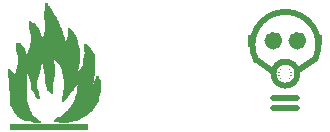
<source format=gbo>
%FSLAX23Y23*%
%MOIN*%
G70*
G01*
G75*
G04 Layer_Color=32896*
%ADD10R,0.035X0.031*%
%ADD11R,0.079X0.079*%
%ADD12R,0.051X0.079*%
%ADD13R,0.118X0.039*%
%ADD14R,0.118X0.059*%
%ADD15C,0.010*%
%ADD16C,0.079*%
%ADD17C,0.060*%
%ADD18C,0.039*%
%ADD19C,0.236*%
%ADD20C,0.004*%
%ADD21C,0.000*%
%ADD22C,0.000*%
%ADD23C,0.059*%
%ADD24C,0.020*%
%ADD25R,0.043X0.039*%
%ADD26R,0.087X0.087*%
%ADD27R,0.059X0.087*%
%ADD28R,0.126X0.047*%
%ADD29R,0.126X0.067*%
%ADD30C,0.087*%
%ADD31C,0.068*%
%ADD32C,0.020*%
%ADD33C,0.030*%
%ADD34C,0.004*%
%ADD35C,0.000*%
%ADD36R,0.015X0.040*%
%ADD37R,0.015X0.035*%
D32*
X1170Y515D02*
G03*
X1170Y515I-40J0D01*
G01*
X1230Y565D02*
G03*
X1034Y560I-100J46D01*
G01*
X1034Y560D02*
X1085Y525D01*
X1170D02*
X1230Y565D01*
X1090Y435D02*
X1170D01*
X1090Y400D02*
X1170D01*
D33*
X1105Y625D02*
G03*
X1105Y625I-15J0D01*
G01*
X1185D02*
G03*
X1185Y625I-15J0D01*
G01*
D34*
X1125Y535D02*
G03*
X1125Y535I-2J0D01*
G01*
X1135D02*
G03*
X1135Y535I-2J0D01*
G01*
X1145Y530D02*
G03*
X1145Y530I-2J0D01*
G01*
X1150Y520D02*
G03*
X1150Y520I-2J0D01*
G01*
Y510D02*
G03*
X1150Y510I-2J0D01*
G01*
X1145Y500D02*
G03*
X1145Y500I-2J0D01*
G01*
X1135Y495D02*
G03*
X1135Y495I-2J0D01*
G01*
X1125D02*
G03*
X1125Y495I-2J0D01*
G01*
X1115Y500D02*
G03*
X1115Y500I-2J0D01*
G01*
X1110Y510D02*
G03*
X1110Y510I-2J0D01*
G01*
Y520D02*
G03*
X1110Y520I-2J0D01*
G01*
X1115Y530D02*
G03*
X1115Y530I-2J0D01*
G01*
D35*
X328Y750D02*
X334D01*
X328Y750D02*
X334D01*
X329Y750D02*
X334D01*
X328Y749D02*
X334D01*
X328Y749D02*
X334D01*
X328Y749D02*
X334D01*
X328Y748D02*
X334D01*
X328Y748D02*
X333D01*
X333D02*
X334D01*
X328Y748D02*
X337D01*
X328Y747D02*
X337D01*
X328Y747D02*
X336D01*
X336D02*
X337D01*
X328Y747D02*
X337D01*
X328Y746D02*
X337D01*
X328Y746D02*
X337D01*
X328Y745D02*
X337D01*
X328Y745D02*
X337D01*
X328Y745D02*
X337D01*
X328Y744D02*
X337D01*
X328Y744D02*
X337D01*
X328Y744D02*
X337D01*
X328Y743D02*
X337D01*
X328Y743D02*
X329D01*
X330D02*
X337D01*
X328Y743D02*
X337D01*
X328Y742D02*
X337D01*
X328Y742D02*
X339D01*
X339D02*
X339D01*
X328Y742D02*
X339D01*
X328Y741D02*
X329D01*
X329D02*
X339D01*
X328Y741D02*
X339D01*
X329Y741D02*
X339D01*
X328Y740D02*
X339D01*
X329Y740D02*
X339D01*
X329Y739D02*
X339D01*
X328Y739D02*
X342D01*
X328Y739D02*
X342D01*
X328Y738D02*
X342D01*
X328Y738D02*
X342D01*
X328Y738D02*
X342D01*
X328Y737D02*
X342D01*
X328Y737D02*
X342D01*
X328Y737D02*
X342D01*
X328Y736D02*
X342D01*
X328Y736D02*
X342D01*
X328Y736D02*
X342D01*
X328Y735D02*
X342D01*
X328Y735D02*
X342D01*
X328Y735D02*
X342D01*
X328Y734D02*
X342D01*
X328Y734D02*
X342D01*
X328Y734D02*
X345D01*
X328Y733D02*
X345D01*
X328Y733D02*
X345D01*
X328Y733D02*
X345D01*
X329Y732D02*
X345D01*
X328Y732D02*
X345D01*
X328Y731D02*
X345D01*
X328Y731D02*
X345D01*
X328Y731D02*
X348D01*
X328Y730D02*
X345D01*
X345D02*
X348D01*
X328Y730D02*
X346D01*
X346D02*
X348D01*
X328Y730D02*
X348D01*
X328Y729D02*
X348D01*
X328Y729D02*
X348D01*
X328Y729D02*
X348D01*
X328Y728D02*
X348D01*
X328Y728D02*
X348D01*
X328Y728D02*
X348D01*
X328Y727D02*
X348D01*
X328Y727D02*
X348D01*
X328Y727D02*
X348D01*
X328Y726D02*
X348D01*
X328Y726D02*
X348D01*
X328Y725D02*
X348D01*
X325Y725D02*
X326D01*
X327D02*
X351D01*
X325Y725D02*
X326D01*
X327D02*
X351D01*
X325Y724D02*
X326D01*
X327D02*
X351D01*
X325Y724D02*
X326D01*
X327D02*
X351D01*
X325Y724D02*
X326D01*
X327D02*
X351D01*
X325Y723D02*
X351D01*
X325Y723D02*
X326D01*
X327D02*
X351D01*
X325Y723D02*
X326D01*
X327D02*
X351D01*
X325Y722D02*
X326D01*
X327D02*
X352D01*
X353D02*
X353D01*
X325Y722D02*
X326D01*
X327D02*
X353D01*
X325Y722D02*
X326D01*
X327D02*
X352D01*
X352D02*
X353D01*
X325Y721D02*
X326D01*
X327D02*
X351D01*
X351D02*
X352D01*
X352D02*
X353D01*
X325Y721D02*
X326D01*
X327D02*
X352D01*
X352D02*
X353D01*
X325Y721D02*
X326D01*
X327D02*
X353D01*
X325Y720D02*
X326D01*
X327D02*
X353D01*
X325Y720D02*
X326D01*
X327D02*
X352D01*
X352D02*
X353D01*
X325Y720D02*
X326D01*
X327D02*
X353D01*
X325Y719D02*
X326D01*
X327D02*
X353D01*
X325Y719D02*
X326D01*
X327D02*
X353D01*
X325Y719D02*
X326D01*
X327D02*
X353D01*
X325Y718D02*
X326D01*
X327D02*
X353D01*
X325Y718D02*
X326D01*
X327D02*
X353D01*
X325Y717D02*
X326D01*
X327D02*
X353D01*
X325Y717D02*
X326D01*
X327D02*
X353D01*
X325Y717D02*
X326D01*
X327D02*
X356D01*
X325Y716D02*
X326D01*
X327D02*
X356D01*
X325Y716D02*
X326D01*
X327D02*
X354D01*
X355D02*
X356D01*
X325Y716D02*
X326D01*
X327D02*
X356D01*
X356D02*
X356D01*
X325Y715D02*
X326D01*
X327D02*
X356D01*
X325Y715D02*
X326D01*
X327D02*
X356D01*
X325Y715D02*
X326D01*
X327D02*
X356D01*
X325Y714D02*
X326D01*
X327D02*
X356D01*
X325Y714D02*
X326D01*
X327D02*
X356D01*
X325Y714D02*
X326D01*
X327D02*
X356D01*
X325Y713D02*
X326D01*
X327D02*
X355D01*
X356D02*
X356D01*
X325Y713D02*
X326D01*
X327D02*
X356D01*
X325Y713D02*
X326D01*
X327D02*
X356D01*
X325Y712D02*
X326D01*
X327D02*
X356D01*
X325Y712D02*
X326D01*
X327D02*
X356D01*
X325Y711D02*
X326D01*
X327D02*
X356D01*
X325Y711D02*
X326D01*
X327D02*
X359D01*
X325Y711D02*
X326D01*
X327D02*
X359D01*
X325Y710D02*
X326D01*
X327D02*
X359D01*
X325Y710D02*
X326D01*
X327D02*
X359D01*
X325Y710D02*
X326D01*
X327D02*
X359D01*
X325Y709D02*
X326D01*
X327D02*
X359D01*
X325Y709D02*
X326D01*
X327D02*
X359D01*
X325Y709D02*
X326D01*
X327D02*
X359D01*
X325Y708D02*
X326D01*
X327D02*
X362D01*
X325Y708D02*
X326D01*
X327D02*
X359D01*
X360D02*
X362D01*
X325Y708D02*
X326D01*
X327D02*
X360D01*
X360D02*
X362D01*
X325Y707D02*
X326D01*
X327D02*
X362D01*
X325Y707D02*
X326D01*
X327D02*
X361D01*
X361D02*
X362D01*
X325Y707D02*
X326D01*
X327D02*
X362D01*
X325Y706D02*
X326D01*
X327D02*
X362D01*
X325Y706D02*
X326D01*
X327D02*
X362D01*
X325Y706D02*
X326D01*
X327D02*
X362D01*
X325Y705D02*
X326D01*
X327D02*
X362D01*
X325Y705D02*
X326D01*
X327D02*
X362D01*
X325Y705D02*
X326D01*
X327D02*
X362D01*
X325Y704D02*
X326D01*
X327D02*
X362D01*
X325Y704D02*
X326D01*
X327D02*
X362D01*
X325Y703D02*
X326D01*
X327D02*
X362D01*
X325Y703D02*
X326D01*
X327D02*
X362D01*
X325Y703D02*
X326D01*
X327D02*
X365D01*
X325Y702D02*
X326D01*
X327D02*
X365D01*
X325Y702D02*
X326D01*
X327D02*
X365D01*
X325Y702D02*
X326D01*
X327D02*
X365D01*
X325Y701D02*
X326D01*
X327D02*
X365D01*
X325Y701D02*
X326D01*
X327D02*
X364D01*
X364D02*
X365D01*
X325Y701D02*
X326D01*
X327D02*
X365D01*
X325Y700D02*
X326D01*
X327D02*
X364D01*
X325Y700D02*
X367D01*
X325Y700D02*
X367D01*
X325Y699D02*
X367D01*
X325Y699D02*
X366D01*
X366D02*
X367D01*
X325Y699D02*
X326D01*
X326D02*
X367D01*
X325Y698D02*
X326D01*
X326D02*
X367D01*
X325Y698D02*
X326D01*
X327D02*
X367D01*
X325Y697D02*
X367D01*
X328Y697D02*
X367D01*
X328Y697D02*
X367D01*
X328Y696D02*
X367D01*
X328Y696D02*
X367D01*
X328Y696D02*
X367D01*
X328Y695D02*
X367D01*
X328Y695D02*
X367D01*
X328Y695D02*
X367D01*
X328Y694D02*
X370D01*
X328Y694D02*
X370D01*
X328Y694D02*
X368D01*
X368D02*
X370D01*
X328Y693D02*
X370D01*
X328Y693D02*
X370D01*
X328Y693D02*
X370D01*
X328Y692D02*
X370D01*
X328Y692D02*
X370D01*
X328Y692D02*
X370D01*
X328Y691D02*
X370D01*
X370D02*
X370D01*
X328Y691D02*
X370D01*
X328Y691D02*
X370D01*
X328Y690D02*
X370D01*
X328Y690D02*
X370D01*
X328Y689D02*
X370D01*
X328Y689D02*
X370D01*
X275Y689D02*
X278D01*
X328D02*
X373D01*
X275Y688D02*
X275D01*
X276D02*
X278D01*
X328D02*
X373D01*
X275Y688D02*
X278D01*
X328D02*
X373D01*
X275Y688D02*
X278D01*
X329D02*
X373D01*
X275Y687D02*
X278D01*
X328D02*
X373D01*
X275Y687D02*
X278D01*
X328D02*
X373D01*
X275Y687D02*
X278D01*
X328D02*
X373D01*
X275Y686D02*
X278D01*
X328D02*
X373D01*
X275Y686D02*
X279D01*
X280D02*
X283D01*
X328D02*
X373D01*
X275Y686D02*
X283D01*
X328D02*
X373D01*
X275Y685D02*
X283D01*
X328D02*
X373D01*
X275Y685D02*
X283D01*
X328D02*
X373D01*
X275Y685D02*
X283D01*
X328D02*
X373D01*
X275Y684D02*
X283D01*
X328D02*
X373D01*
X275Y684D02*
X283D01*
X328D02*
X373D01*
X275Y683D02*
X283D01*
X328D02*
X373D01*
X275Y683D02*
X292D01*
X328D02*
X373D01*
X275Y683D02*
X292D01*
X328D02*
X373D01*
X275Y682D02*
X292D01*
X328D02*
X373D01*
X275Y682D02*
X290D01*
X290D02*
X292D01*
X328D02*
X373D01*
X275Y682D02*
X292D01*
X328D02*
X373D01*
X275Y681D02*
X289D01*
X290D02*
X292D01*
X328D02*
X373D01*
X275Y681D02*
X292D01*
X328D02*
X373D01*
X275Y681D02*
X292D01*
X328D02*
X373D01*
X275Y680D02*
X295D01*
X328D02*
X376D01*
X275Y680D02*
X295D01*
X328D02*
X376D01*
X275Y680D02*
X295D01*
X328D02*
X376D01*
X275Y679D02*
X295D01*
X328D02*
X376D01*
X275Y679D02*
X295D01*
X328D02*
X329D01*
X329D02*
X375D01*
X375D02*
X376D01*
X275Y679D02*
X295D01*
X328D02*
X329D01*
X329D02*
X376D01*
X275Y678D02*
X295D01*
X328D02*
X374D01*
X375D02*
X375D01*
X375D02*
X376D01*
X275Y678D02*
X295D01*
X328D02*
X376D01*
X275Y678D02*
X296D01*
X296D02*
X297D01*
X328D02*
X376D01*
X275Y677D02*
X297D01*
X328D02*
X376D01*
X275Y677D02*
X297D01*
X328D02*
X329D01*
X329D02*
X376D01*
X275Y677D02*
X297D01*
X328D02*
X329D01*
X329D02*
X376D01*
X275Y676D02*
X297D01*
X328D02*
X376D01*
X275Y676D02*
X297D01*
X328D02*
X376D01*
X275Y675D02*
X297D01*
X328D02*
X376D01*
X275Y675D02*
X297D01*
X328D02*
X376D01*
X275Y675D02*
X300D01*
X328D02*
X376D01*
X275Y674D02*
X298D01*
X298D02*
X300D01*
X328D02*
X376D01*
X275Y674D02*
X300D01*
X328D02*
X376D01*
X275Y674D02*
X300D01*
X328D02*
X376D01*
X275Y673D02*
X300D01*
X328D02*
X376D01*
X275Y673D02*
X300D01*
X328D02*
X376D01*
X275Y673D02*
X300D01*
X328D02*
X376D01*
X275Y672D02*
X300D01*
X328D02*
X376D01*
X275Y672D02*
X303D01*
X328D02*
X379D01*
X275Y672D02*
X303D01*
X328D02*
X379D01*
X275Y671D02*
X303D01*
X328D02*
X379D01*
X275Y671D02*
X303D01*
X328D02*
X379D01*
X275Y671D02*
X303D01*
X328D02*
X379D01*
X275Y670D02*
X303D01*
X328D02*
X379D01*
X275Y670D02*
X303D01*
X328D02*
X379D01*
X275Y669D02*
X303D01*
X328D02*
X379D01*
X275Y669D02*
X303D01*
X328D02*
X379D01*
X275Y669D02*
X303D01*
X328D02*
X379D01*
X275Y668D02*
X303D01*
X303D02*
X304D01*
X328D02*
X379D01*
X275Y668D02*
X303D01*
X304D02*
X304D01*
X328D02*
X379D01*
X275Y668D02*
X303D01*
X328D02*
X379D01*
X275Y667D02*
X303D01*
X304D02*
X305D01*
X328D02*
X379D01*
X275Y667D02*
X304D01*
X305D02*
X305D01*
X328D02*
X379D01*
X275Y667D02*
X304D01*
X328D02*
X379D01*
X275Y666D02*
X306D01*
X328D02*
X381D01*
X404D02*
X409D01*
X275Y666D02*
X305D01*
X305D02*
X306D01*
X328D02*
X381D01*
X404D02*
X409D01*
X275Y666D02*
X306D01*
X328D02*
X381D01*
X404D02*
X409D01*
X275Y665D02*
X306D01*
X328D02*
X379D01*
X380D02*
X381D01*
X404D02*
X409D01*
X275Y665D02*
X306D01*
X328D02*
X381D01*
X404D02*
X409D01*
X275Y665D02*
X306D01*
X328D02*
X381D01*
X404D02*
X409D01*
X275Y664D02*
X306D01*
X328D02*
X381D01*
X404D02*
X409D01*
X275Y664D02*
X306D01*
X328D02*
X381D01*
X404D02*
X409D01*
X278Y664D02*
X305D01*
X328D02*
X381D01*
X404D02*
X412D01*
X278Y663D02*
X306D01*
X328D02*
X380D01*
X380D02*
X381D01*
X404D02*
X412D01*
X278Y663D02*
X306D01*
X328D02*
X381D01*
X404D02*
X412D01*
X278Y663D02*
X306D01*
X328D02*
X381D01*
X404D02*
X412D01*
X278Y662D02*
X306D01*
X328D02*
X381D01*
X404D02*
X412D01*
X278Y662D02*
X306D01*
X328D02*
X381D01*
X404D02*
X412D01*
X278Y661D02*
X306D01*
X328D02*
X381D01*
X404D02*
X412D01*
X278Y661D02*
X306D01*
X328D02*
X381D01*
X404D02*
X412D01*
X278Y661D02*
X307D01*
X308D02*
X309D01*
X328D02*
X381D01*
X404D02*
X415D01*
X278Y660D02*
X309D01*
X328D02*
X381D01*
X404D02*
X415D01*
X278Y660D02*
X309D01*
X328D02*
X381D01*
X404D02*
X415D01*
X278Y660D02*
X308D01*
X308D02*
X309D01*
X328D02*
X381D01*
X404D02*
X415D01*
X278Y659D02*
X309D01*
X328D02*
X381D01*
X404D02*
X415D01*
X278Y659D02*
X309D01*
X328D02*
X381D01*
X404D02*
X415D01*
X278Y659D02*
X309D01*
X328D02*
X381D01*
X404D02*
X415D01*
X278Y658D02*
X309D01*
X328D02*
X381D01*
X404D02*
X415D01*
X278Y658D02*
X309D01*
X328D02*
X384D01*
X404D02*
X418D01*
X278Y658D02*
X307D01*
X308D02*
X309D01*
X328D02*
X384D01*
X404D02*
X418D01*
X278Y657D02*
X309D01*
X328D02*
X384D01*
X404D02*
X418D01*
X278Y657D02*
X309D01*
X328D02*
X384D01*
X404D02*
X418D01*
X278Y657D02*
X309D01*
X328D02*
X384D01*
X384D02*
X384D01*
X404D02*
X418D01*
X278Y656D02*
X308D01*
X328D02*
X384D01*
X404D02*
X418D01*
X278Y656D02*
X307D01*
X308D02*
X309D01*
X328D02*
X383D01*
X383D02*
X384D01*
X384D02*
X384D01*
X404D02*
X418D01*
X278Y655D02*
X309D01*
X328D02*
X384D01*
X404D02*
X418D01*
X278Y655D02*
X309D01*
X325D02*
X326D01*
X326D02*
X384D01*
X404D02*
X421D01*
X278Y655D02*
X309D01*
X326D02*
X384D01*
X404D02*
X419D01*
X419D02*
X421D01*
X278Y654D02*
X309D01*
X326D02*
X327D01*
X327D02*
X384D01*
X404D02*
X421D01*
X278Y654D02*
X309D01*
X325D02*
X326D01*
X327D02*
X328D01*
X328D02*
X384D01*
X404D02*
X418D01*
X418D02*
X421D01*
X278Y654D02*
X309D01*
X325D02*
X326D01*
X327D02*
X384D01*
X404D02*
X421D01*
X278Y653D02*
X309D01*
X325D02*
X384D01*
X404D02*
X421D01*
X278Y653D02*
X309D01*
X325D02*
X384D01*
X404D02*
X421D01*
X278Y653D02*
X309D01*
X325D02*
X326D01*
X327D02*
X384D01*
X404D02*
X421D01*
X278Y652D02*
X309D01*
X309D02*
X311D01*
X325D02*
X384D01*
X404D02*
X423D01*
X278Y652D02*
X310D01*
X310D02*
X311D01*
X325D02*
X384D01*
X404D02*
X422D01*
X423D02*
X423D01*
X278Y652D02*
X311D01*
X325D02*
X384D01*
X404D02*
X421D01*
X422D02*
X423D01*
X423D02*
X423D01*
X278Y651D02*
X311D01*
X325D02*
X384D01*
X404D02*
X421D01*
X422D02*
X423D01*
X278Y651D02*
X311D01*
X325D02*
X384D01*
X404D02*
X421D01*
X421D02*
X422D01*
X422D02*
X423D01*
X278Y651D02*
X311D01*
X325D02*
X384D01*
X404D02*
X422D01*
X423D02*
X423D01*
X278Y650D02*
X311D01*
X325D02*
X326D01*
X327D02*
X384D01*
X404D02*
X423D01*
X278Y650D02*
X311D01*
X325D02*
X384D01*
X404D02*
X422D01*
X422D02*
X423D01*
X281Y650D02*
X311D01*
X325D02*
X326D01*
X326D02*
X387D01*
X404D02*
X423D01*
X281Y649D02*
X311D01*
X325D02*
X326D01*
X326D02*
X387D01*
X404D02*
X423D01*
X281Y649D02*
X311D01*
X325D02*
X387D01*
X404D02*
X423D01*
X281Y649D02*
X311D01*
X325D02*
X387D01*
X404D02*
X423D01*
X281Y648D02*
X311D01*
X325D02*
X387D01*
X404D02*
X423D01*
X281Y648D02*
X311D01*
X325D02*
X387D01*
X404D02*
X423D01*
X281Y647D02*
X311D01*
X325D02*
X387D01*
X404D02*
X423D01*
X281Y647D02*
X311D01*
X325D02*
X387D01*
X404D02*
X423D01*
X281Y647D02*
X311D01*
X325D02*
X387D01*
X404D02*
X426D01*
X281Y646D02*
X311D01*
X325D02*
X326D01*
X327D02*
X387D01*
X404D02*
X426D01*
X281Y646D02*
X311D01*
X326D02*
X387D01*
X404D02*
X426D01*
X281Y646D02*
X311D01*
X325D02*
X387D01*
X404D02*
X426D01*
X281Y645D02*
X311D01*
X325D02*
X387D01*
X404D02*
X426D01*
X281Y645D02*
X311D01*
X325D02*
X387D01*
X404D02*
X426D01*
X281Y645D02*
X311D01*
X325D02*
X387D01*
X404D02*
X426D01*
X281Y644D02*
X311D01*
X325D02*
X387D01*
X404D02*
X426D01*
X281Y644D02*
X281D01*
X281D02*
X311D01*
X325D02*
X390D01*
X404D02*
X429D01*
X281Y644D02*
X311D01*
X325D02*
X326D01*
X326D02*
X390D01*
X404D02*
X428D01*
X428D02*
X429D01*
X281Y643D02*
X311D01*
X324D02*
X325D01*
X325D02*
X390D01*
X404D02*
X427D01*
X427D02*
X428D01*
X429D02*
X429D01*
X281Y643D02*
X311D01*
X324D02*
X325D01*
X325D02*
X390D01*
X404D02*
X427D01*
X428D02*
X429D01*
X281Y643D02*
X311D01*
X325D02*
X390D01*
X404D02*
X426D01*
X427D02*
X427D01*
X428D02*
X429D01*
X281Y642D02*
X311D01*
X323D02*
X324D01*
X325D02*
X390D01*
X404D02*
X428D01*
X428D02*
X429D01*
X281Y642D02*
X311D01*
X323D02*
X324D01*
X325D02*
X390D01*
X404D02*
X429D01*
X281Y641D02*
X311D01*
X325D02*
X390D01*
X404D02*
X427D01*
X428D02*
X429D01*
X281Y641D02*
X314D01*
X323D02*
X388D01*
X388D02*
X390D01*
X404D02*
X429D01*
X281Y641D02*
X314D01*
X323D02*
X390D01*
X404D02*
X429D01*
X281Y640D02*
X314D01*
X323D02*
X390D01*
X404D02*
X429D01*
X281Y640D02*
X314D01*
X323D02*
X390D01*
X404D02*
X429D01*
X281Y640D02*
X281D01*
X282D02*
X314D01*
X323D02*
X390D01*
X404D02*
X427D01*
X428D02*
X429D01*
X281Y639D02*
X314D01*
X323D02*
X390D01*
X404D02*
X429D01*
X281Y639D02*
X314D01*
X323D02*
X390D01*
X404D02*
X429D01*
X281Y639D02*
X314D01*
X323D02*
X390D01*
X404D02*
X429D01*
X281Y638D02*
X314D01*
X323D02*
X390D01*
X401D02*
X429D01*
X281Y638D02*
X314D01*
X323D02*
X390D01*
X401D02*
X429D01*
X281Y638D02*
X314D01*
X323D02*
X390D01*
X401D02*
X429D01*
X281Y637D02*
X314D01*
X323D02*
X390D01*
X401D02*
X429D01*
X281Y637D02*
X314D01*
X323D02*
X390D01*
X401D02*
X429D01*
X281Y637D02*
X314D01*
X323D02*
X390D01*
X401D02*
X429D01*
X281Y636D02*
X314D01*
X323D02*
X390D01*
X401D02*
X429D01*
X281Y636D02*
X314D01*
X323D02*
X390D01*
X401D02*
X429D01*
X281Y636D02*
X314D01*
X320D02*
X393D01*
X401D02*
X402D01*
X402D02*
X430D01*
X430D02*
X432D01*
X281Y635D02*
X282D01*
X282D02*
X313D01*
X314D02*
X314D01*
X320D02*
X390D01*
X391D02*
X391D01*
X391D02*
X392D01*
X392D02*
X393D01*
X401D02*
X431D01*
X281Y635D02*
X314D01*
X320D02*
X393D01*
X401D02*
X432D01*
X281Y635D02*
X314D01*
X320D02*
X391D01*
X391D02*
X393D01*
X401D02*
X431D01*
X281Y634D02*
X314D01*
X320D02*
X392D01*
X392D02*
X393D01*
X401D02*
X432D01*
X281Y634D02*
X314D01*
X320D02*
X393D01*
X401D02*
X432D01*
X281Y633D02*
X314D01*
X320D02*
X321D01*
X321D02*
X393D01*
X401D02*
X432D01*
X281Y633D02*
X314D01*
X320D02*
X321D01*
X322D02*
X393D01*
X401D02*
X432D01*
X281Y633D02*
X314D01*
X320D02*
X393D01*
X401D02*
X432D01*
X281Y632D02*
X314D01*
X320D02*
X393D01*
X401D02*
X432D01*
X281Y632D02*
X314D01*
X320D02*
X393D01*
X401D02*
X432D01*
X281Y632D02*
X314D01*
X320D02*
X393D01*
X401D02*
X401D01*
X402D02*
X432D01*
X281Y631D02*
X314D01*
X320D02*
X393D01*
X401D02*
X402D01*
X402D02*
X432D01*
X281Y631D02*
X314D01*
X320D02*
X391D01*
X391D02*
X393D01*
X401D02*
X432D01*
X281Y631D02*
X314D01*
X320D02*
X393D01*
X401D02*
X432D01*
X281Y630D02*
X314D01*
X320D02*
X393D01*
X401D02*
X432D01*
X281Y630D02*
X317D01*
X317D02*
X393D01*
X401D02*
X432D01*
X281Y630D02*
X316D01*
X316D02*
X393D01*
X401D02*
X432D01*
X281Y629D02*
X318D01*
X318D02*
X393D01*
X401D02*
X432D01*
X281Y629D02*
X393D01*
X401D02*
X432D01*
X281Y629D02*
X393D01*
X401D02*
X432D01*
X281Y628D02*
X393D01*
X401D02*
X432D01*
X281Y628D02*
X393D01*
X401D02*
X432D01*
X281Y627D02*
X393D01*
X401D02*
X432D01*
X281Y627D02*
X393D01*
X398D02*
X435D01*
X281Y627D02*
X392D01*
X398D02*
X435D01*
X281Y626D02*
X315D01*
X316D02*
X317D01*
X317D02*
X393D01*
X398D02*
X435D01*
X281Y626D02*
X315D01*
X316D02*
X393D01*
X398D02*
X435D01*
X281Y626D02*
X315D01*
X316D02*
X393D01*
X398D02*
X435D01*
X281Y625D02*
X393D01*
X398D02*
X434D01*
X281Y625D02*
X316D01*
X317D02*
X393D01*
X398D02*
X435D01*
X281Y625D02*
X393D01*
X398D02*
X435D01*
X281Y624D02*
X395D01*
X398D02*
X399D01*
X399D02*
X435D01*
X281Y624D02*
X394D01*
X394D02*
X395D01*
X398D02*
X435D01*
X281Y624D02*
X393D01*
X393D02*
X395D01*
X398D02*
X435D01*
X281Y623D02*
X395D01*
X398D02*
X435D01*
X281Y623D02*
X395D01*
X398D02*
X435D01*
X281Y623D02*
X395D01*
X398D02*
X435D01*
X281Y622D02*
X395D01*
X398D02*
X435D01*
X281Y622D02*
X395D01*
X398D02*
X435D01*
X281Y622D02*
X395D01*
X398D02*
X435D01*
X281Y621D02*
X393D01*
X394D02*
X395D01*
X398D02*
X435D01*
X281Y621D02*
X395D01*
X398D02*
X435D01*
X281Y621D02*
X395D01*
X398D02*
X399D01*
X399D02*
X435D01*
X281Y620D02*
X395D01*
X398D02*
X399D01*
X399D02*
X435D01*
X281Y620D02*
X395D01*
X398D02*
X435D01*
X281Y619D02*
X394D01*
X394D02*
X395D01*
X398D02*
X435D01*
X281Y619D02*
X395D01*
X398D02*
X435D01*
X281Y619D02*
X395D01*
X398D02*
X437D01*
X281Y618D02*
X395D01*
X398D02*
X399D01*
X399D02*
X437D01*
X281Y618D02*
X395D01*
X399D02*
X437D01*
X281Y618D02*
X395D01*
X398D02*
X437D01*
X281Y617D02*
X395D01*
X398D02*
X437D01*
X281Y617D02*
X395D01*
X398D02*
X437D01*
X281Y617D02*
X395D01*
X398D02*
X437D01*
X281Y616D02*
X395D01*
X398D02*
X437D01*
X233Y616D02*
X244D01*
X278D02*
X279D01*
X279D02*
X437D01*
X233Y616D02*
X243D01*
X243D02*
X244D01*
X278D02*
X279D01*
X280D02*
X396D01*
X396D02*
X437D01*
X233Y615D02*
X244D01*
X278D02*
X437D01*
X233Y615D02*
X244D01*
X278D02*
X437D01*
X233Y615D02*
X244D01*
X278D02*
X437D01*
X233Y614D02*
X244D01*
X278D02*
X437D01*
X233Y614D02*
X244D01*
X278D02*
X437D01*
X233Y613D02*
X244D01*
X278D02*
X437D01*
X233Y613D02*
X247D01*
X278D02*
X437D01*
X460D02*
X464D01*
X465D02*
X465D01*
X233Y613D02*
X247D01*
X278D02*
X437D01*
X460D02*
X463D01*
X463D02*
X465D01*
X233Y612D02*
X247D01*
X278D02*
X437D01*
X460D02*
X461D01*
X461D02*
X465D01*
X233Y612D02*
X247D01*
X278D02*
X437D01*
X460D02*
X465D01*
X233Y612D02*
X247D01*
X278D02*
X437D01*
X460D02*
X465D01*
X233Y611D02*
X247D01*
X278D02*
X437D01*
X460D02*
X465D01*
X233Y611D02*
X247D01*
X278D02*
X437D01*
X460D02*
X465D01*
X233Y611D02*
X247D01*
X278D02*
X437D01*
X460D02*
X465D01*
X233Y610D02*
X250D01*
X278D02*
X440D01*
X460D02*
X468D01*
X233Y610D02*
X250D01*
X278D02*
X440D01*
X460D02*
X468D01*
X233Y610D02*
X250D01*
X278D02*
X440D01*
X460D02*
X468D01*
X233Y609D02*
X250D01*
X278D02*
X440D01*
X460D02*
X468D01*
X233Y609D02*
X250D01*
X278D02*
X440D01*
X460D02*
X468D01*
X233Y609D02*
X250D01*
X278D02*
X278D01*
X278D02*
X440D01*
X460D02*
X468D01*
X233Y608D02*
X250D01*
X278D02*
X440D01*
X460D02*
X468D01*
X233Y608D02*
X250D01*
X278D02*
X278D01*
X278D02*
X440D01*
X460D02*
X468D01*
X233Y608D02*
X253D01*
X278D02*
X440D01*
X460D02*
X471D01*
X233Y607D02*
X253D01*
X278D02*
X439D01*
X439D02*
X440D01*
X460D02*
X471D01*
X233Y607D02*
X253D01*
X278D02*
X440D01*
X460D02*
X461D01*
X462D02*
X471D01*
X233Y607D02*
X253D01*
X278D02*
X440D01*
X460D02*
X471D01*
X233Y606D02*
X252D01*
X278D02*
X278D01*
X278D02*
X440D01*
X460D02*
X471D01*
X233Y606D02*
X253D01*
X278D02*
X278D01*
X278D02*
X440D01*
X460D02*
X471D01*
X233Y605D02*
X253D01*
X278D02*
X440D01*
X460D02*
X471D01*
X233Y605D02*
X253D01*
X278D02*
X440D01*
X460D02*
X471D01*
X233Y605D02*
X255D01*
X278D02*
X440D01*
X460D02*
X474D01*
X233Y604D02*
X254D01*
X254D02*
X255D01*
X255D02*
X255D01*
X278D02*
X440D01*
X460D02*
X474D01*
X233Y604D02*
X255D01*
X278D02*
X440D01*
X460D02*
X474D01*
X233Y604D02*
X255D01*
X255D02*
X255D01*
X278D02*
X440D01*
X460D02*
X461D01*
X462D02*
X474D01*
X233Y603D02*
X255D01*
X255D02*
X255D01*
X278D02*
X440D01*
X460D02*
X461D01*
X462D02*
X474D01*
X233Y603D02*
X255D01*
X278D02*
X440D01*
X460D02*
X461D01*
X461D02*
X474D01*
X233Y603D02*
X255D01*
X278D02*
X440D01*
X460D02*
X474D01*
X233Y602D02*
X255D01*
X278D02*
X440D01*
X460D02*
X474D01*
X233Y602D02*
X255D01*
X275D02*
X277D01*
X278D02*
X440D01*
X441D02*
X443D01*
X460D02*
X477D01*
X233Y602D02*
X255D01*
X275D02*
X441D01*
X442D02*
X443D01*
X460D02*
X477D01*
X233Y601D02*
X255D01*
X275D02*
X443D01*
X460D02*
X477D01*
X233Y601D02*
X255D01*
X275D02*
X443D01*
X460D02*
X475D01*
X475D02*
X477D01*
X233Y601D02*
X255D01*
X275D02*
X443D01*
X460D02*
X477D01*
X233Y600D02*
X255D01*
X275D02*
X443D01*
X460D02*
X477D01*
X233Y600D02*
X255D01*
X275D02*
X443D01*
X460D02*
X477D01*
X233Y600D02*
X255D01*
X275D02*
X276D01*
X277D02*
X443D01*
X460D02*
X477D01*
X233Y599D02*
X258D01*
X275D02*
X443D01*
X460D02*
X479D01*
X233Y599D02*
X258D01*
X275D02*
X443D01*
X460D02*
X479D01*
X479D02*
X479D01*
X233Y598D02*
X257D01*
X258D02*
X258D01*
X275D02*
X443D01*
X460D02*
X479D01*
X233Y598D02*
X258D01*
X275D02*
X443D01*
X460D02*
X477D01*
X477D02*
X479D01*
X233Y598D02*
X258D01*
X275D02*
X443D01*
X460D02*
X479D01*
X233Y597D02*
X258D01*
X275D02*
X443D01*
X460D02*
X479D01*
X233Y597D02*
X258D01*
X275D02*
X443D01*
X460D02*
X478D01*
X478D02*
X479D01*
X233Y597D02*
X258D01*
X275D02*
X441D01*
X442D02*
X443D01*
X460D02*
X479D01*
X233Y596D02*
X258D01*
X275D02*
X442D01*
X460D02*
X479D01*
X233Y596D02*
X258D01*
X275D02*
X442D01*
X460D02*
X461D01*
X461D02*
X479D01*
X233Y596D02*
X258D01*
X275D02*
X442D01*
X460D02*
X461D01*
X461D02*
X479D01*
X233Y595D02*
X258D01*
X275D02*
X442D01*
X460D02*
X479D01*
X233Y595D02*
X258D01*
X275D02*
X442D01*
X460D02*
X479D01*
X233Y595D02*
X258D01*
X275D02*
X442D01*
X460D02*
X479D01*
X233Y594D02*
X258D01*
X275D02*
X442D01*
X460D02*
X479D01*
X233Y594D02*
X258D01*
X275D02*
X442D01*
X460D02*
X479D01*
X233Y594D02*
X258D01*
X272D02*
X442D01*
X460D02*
X461D01*
X462D02*
X482D01*
X233Y593D02*
X258D01*
X272D02*
X442D01*
X460D02*
X482D01*
X233Y593D02*
X258D01*
X272D02*
X442D01*
X460D02*
X461D01*
X461D02*
X482D01*
X233Y592D02*
X258D01*
X272D02*
X442D01*
X460D02*
X461D01*
X462D02*
X462D01*
X463D02*
X482D01*
X233Y592D02*
X258D01*
X272D02*
X442D01*
X460D02*
X461D01*
X462D02*
X482D01*
X233Y592D02*
X258D01*
X272D02*
X273D01*
X273D02*
X442D01*
X460D02*
X460D01*
X461D02*
X462D01*
X462D02*
X482D01*
X233Y591D02*
X258D01*
X272D02*
X442D01*
X460D02*
X461D01*
X461D02*
X482D01*
X233Y591D02*
X258D01*
X272D02*
X442D01*
X460D02*
X482D01*
X236Y591D02*
X261D01*
X272D02*
X442D01*
X463D02*
X485D01*
X236Y590D02*
X258D01*
X259D02*
X261D01*
X272D02*
X442D01*
X463D02*
X485D01*
X236Y590D02*
X261D01*
X272D02*
X442D01*
X463D02*
X485D01*
X236Y590D02*
X261D01*
X272D02*
X442D01*
X463D02*
X485D01*
X236Y589D02*
X261D01*
X272D02*
X442D01*
X463D02*
X485D01*
X236Y589D02*
X260D01*
X260D02*
X261D01*
X272D02*
X442D01*
X463D02*
X485D01*
X236Y589D02*
X261D01*
X272D02*
X442D01*
X463D02*
X485D01*
X236Y588D02*
X261D01*
X272D02*
X442D01*
X463D02*
X485D01*
X236Y588D02*
X261D01*
X272D02*
X442D01*
X442D02*
X443D01*
X463D02*
X485D01*
X236Y588D02*
X261D01*
X272D02*
X443D01*
X463D02*
X485D01*
X236Y587D02*
X260D01*
X260D02*
X261D01*
X272D02*
X443D01*
X463D02*
X485D01*
X236Y587D02*
X261D01*
X272D02*
X443D01*
X463D02*
X485D01*
X236Y587D02*
X261D01*
X272D02*
X443D01*
X463D02*
X485D01*
X236Y586D02*
X261D01*
X272D02*
X443D01*
X463D02*
X485D01*
X236Y586D02*
X261D01*
X272D02*
X443D01*
X463D02*
X485D01*
X236Y586D02*
X261D01*
X272D02*
X443D01*
X463D02*
X485D01*
X236Y585D02*
X261D01*
X269D02*
X443D01*
X463D02*
X488D01*
X236Y585D02*
X236D01*
X236D02*
X261D01*
X269D02*
X443D01*
X463D02*
X488D01*
X236Y584D02*
X261D01*
X269D02*
X443D01*
X463D02*
X488D01*
X236Y584D02*
X261D01*
X269D02*
X443D01*
X463D02*
X488D01*
X236Y584D02*
X261D01*
X269D02*
X270D01*
X270D02*
X443D01*
X463D02*
X488D01*
X236Y583D02*
X261D01*
X269D02*
X443D01*
X463D02*
X488D01*
X236Y583D02*
X237D01*
X238D02*
X261D01*
X269D02*
X443D01*
X463D02*
X488D01*
X236Y583D02*
X261D01*
X269D02*
X443D01*
X463D02*
X488D01*
X236Y582D02*
X236D01*
X237D02*
X261D01*
X269D02*
X443D01*
X460D02*
X488D01*
X236Y582D02*
X261D01*
X269D02*
X443D01*
X460D02*
X488D01*
X236Y582D02*
X261D01*
X269D02*
X443D01*
X460D02*
X488D01*
X236Y581D02*
X261D01*
X269D02*
X443D01*
X460D02*
X461D01*
X461D02*
X488D01*
X236Y581D02*
X261D01*
X269D02*
X443D01*
X460D02*
X488D01*
X236Y581D02*
X261D01*
X269D02*
X443D01*
X460D02*
X488D01*
X236Y580D02*
X261D01*
X269D02*
X443D01*
X460D02*
X488D01*
X236Y580D02*
X236D01*
X237D02*
X261D01*
X269D02*
X443D01*
X460D02*
X488D01*
X239Y580D02*
X264D01*
X269D02*
X443D01*
X460D02*
X491D01*
X239Y579D02*
X263D01*
X263D02*
X264D01*
X269D02*
X443D01*
X460D02*
X490D01*
X239Y579D02*
X264D01*
X269D02*
X443D01*
X460D02*
X488D01*
X488D02*
X491D01*
X239Y578D02*
X263D01*
X263D02*
X264D01*
X269D02*
X443D01*
X460D02*
X491D01*
X239Y578D02*
X264D01*
X269D02*
X443D01*
X460D02*
X490D01*
X239Y578D02*
X264D01*
X269D02*
X443D01*
X460D02*
X491D01*
X239Y577D02*
X264D01*
X269D02*
X443D01*
X460D02*
X491D01*
X239Y577D02*
X264D01*
X269D02*
X443D01*
X460D02*
X491D01*
X239Y577D02*
X264D01*
X267D02*
X443D01*
X460D02*
X491D01*
X239Y576D02*
X264D01*
X267D02*
X443D01*
X460D02*
X491D01*
X239Y576D02*
X264D01*
X267D02*
X443D01*
X460D02*
X491D01*
X239Y576D02*
X264D01*
X267D02*
X443D01*
X460D02*
X491D01*
X239Y575D02*
X264D01*
X267D02*
X443D01*
X460D02*
X491D01*
X239Y575D02*
X264D01*
X267D02*
X443D01*
X460D02*
X491D01*
X239Y575D02*
X264D01*
X267D02*
X443D01*
X460D02*
X491D01*
X239Y574D02*
X264D01*
X267D02*
X268D01*
X268D02*
X443D01*
X460D02*
X461D01*
X461D02*
X491D01*
X239Y574D02*
X264D01*
X267D02*
X443D01*
X460D02*
X491D01*
X239Y574D02*
X264D01*
X267D02*
X443D01*
X460D02*
X491D01*
X239Y573D02*
X264D01*
X267D02*
X443D01*
X460D02*
X491D01*
X239Y573D02*
X263D01*
X267D02*
X443D01*
X460D02*
X491D01*
X239Y573D02*
X264D01*
X267D02*
X443D01*
X460D02*
X491D01*
X239Y572D02*
X264D01*
X267D02*
X443D01*
X460D02*
X491D01*
X239Y572D02*
X264D01*
X267D02*
X443D01*
X460D02*
X491D01*
X239Y572D02*
X264D01*
X267D02*
X443D01*
X460D02*
X460D01*
X461D02*
X491D01*
X239Y571D02*
X354D01*
X354D02*
X443D01*
X460D02*
X491D01*
X491D02*
X493D01*
X239Y571D02*
X264D01*
X264D02*
X354D01*
X354D02*
X443D01*
X460D02*
X491D01*
X492D02*
X493D01*
X239Y570D02*
X264D01*
X264D02*
X266D01*
X267D02*
X443D01*
X460D02*
X491D01*
X492D02*
X493D01*
X239Y570D02*
X354D01*
X355D02*
X356D01*
X356D02*
X443D01*
X460D02*
X491D01*
X492D02*
X493D01*
X239Y570D02*
X264D01*
X265D02*
X443D01*
X460D02*
X493D01*
X239Y569D02*
X443D01*
X460D02*
X493D01*
X239Y569D02*
X353D01*
X353D02*
X443D01*
X460D02*
X493D01*
X493D02*
X493D01*
X239Y569D02*
X443D01*
X460D02*
X492D01*
X492D02*
X493D01*
X239Y568D02*
X353D01*
X356D02*
X443D01*
X460D02*
X493D01*
X239Y568D02*
X353D01*
X356D02*
X443D01*
X460D02*
X493D01*
X239Y568D02*
X353D01*
X356D02*
X443D01*
X460D02*
X493D01*
X239Y567D02*
X353D01*
X356D02*
X443D01*
X460D02*
X493D01*
X239Y567D02*
X353D01*
X356D02*
X443D01*
X460D02*
X492D01*
X492D02*
X493D01*
X239Y567D02*
X353D01*
X356D02*
X443D01*
X460D02*
X493D01*
X239Y566D02*
X353D01*
X356D02*
X443D01*
X460D02*
X493D01*
X239Y566D02*
X353D01*
X356D02*
X359D01*
X359D02*
X443D01*
X460D02*
X493D01*
X239Y566D02*
X314D01*
X317D02*
X353D01*
X359D02*
X443D01*
X457D02*
X493D01*
X239Y565D02*
X314D01*
X317D02*
X353D01*
X359D02*
X443D01*
X457D02*
X493D01*
X239Y565D02*
X314D01*
X317D02*
X353D01*
X359D02*
X443D01*
X457D02*
X459D01*
X460D02*
X493D01*
X239Y564D02*
X314D01*
X317D02*
X353D01*
X359D02*
X443D01*
X457D02*
X458D01*
X458D02*
X493D01*
X239Y564D02*
X314D01*
X317D02*
X353D01*
X359D02*
X443D01*
X457D02*
X493D01*
X239Y564D02*
X314D01*
X317D02*
X353D01*
X359D02*
X443D01*
X457D02*
X493D01*
X239Y563D02*
X314D01*
X317D02*
X353D01*
X359D02*
X443D01*
X457D02*
X492D01*
X492D02*
X493D01*
X239Y563D02*
X314D01*
X317D02*
X353D01*
X359D02*
X443D01*
X457D02*
X493D01*
X239Y563D02*
X314D01*
X317D02*
X356D01*
X362D02*
X443D01*
X457D02*
X493D01*
X239Y562D02*
X314D01*
X317D02*
X356D01*
X362D02*
X443D01*
X457D02*
X493D01*
X239Y562D02*
X314D01*
X317D02*
X356D01*
X362D02*
X443D01*
X457D02*
X493D01*
X239Y562D02*
X314D01*
X317D02*
X356D01*
X362D02*
X442D01*
X443D02*
X443D01*
X457D02*
X493D01*
X239Y561D02*
X314D01*
X317D02*
X356D01*
X362D02*
X363D01*
X363D02*
X443D01*
X457D02*
X493D01*
X239Y561D02*
X314D01*
X317D02*
X356D01*
X362D02*
X443D01*
X457D02*
X493D01*
X239Y561D02*
X314D01*
X317D02*
X356D01*
X362D02*
X443D01*
X457D02*
X493D01*
X239Y560D02*
X314D01*
X317D02*
X356D01*
X362D02*
X443D01*
X457D02*
X493D01*
X239Y560D02*
X314D01*
X317D02*
X356D01*
X367D02*
X442D01*
X443D02*
X443D01*
X457D02*
X493D01*
X239Y560D02*
X314D01*
X317D02*
X356D01*
X367D02*
X443D01*
X457D02*
X493D01*
X239Y559D02*
X314D01*
X317D02*
X356D01*
X367D02*
X443D01*
X457D02*
X493D01*
X239Y559D02*
X314D01*
X317D02*
X356D01*
X367D02*
X443D01*
X457D02*
X493D01*
X239Y559D02*
X314D01*
X317D02*
X356D01*
X367D02*
X443D01*
X457D02*
X493D01*
X239Y558D02*
X314D01*
X317D02*
X356D01*
X367D02*
X442D01*
X442D02*
X443D01*
X457D02*
X458D01*
X458D02*
X493D01*
X239Y558D02*
X314D01*
X317D02*
X356D01*
X367D02*
X443D01*
X457D02*
X493D01*
X239Y558D02*
X314D01*
X317D02*
X356D01*
X367D02*
X443D01*
X457D02*
X493D01*
X239Y557D02*
X314D01*
X320D02*
X356D01*
X370D02*
X443D01*
X457D02*
X493D01*
X239Y557D02*
X314D01*
X320D02*
X356D01*
X370D02*
X443D01*
X457D02*
X493D01*
X239Y556D02*
X314D01*
X320D02*
X356D01*
X370D02*
X443D01*
X457D02*
X493D01*
X239Y556D02*
X314D01*
X320D02*
X356D01*
X370D02*
X443D01*
X457D02*
X493D01*
X239Y556D02*
X314D01*
X320D02*
X356D01*
X370D02*
X442D01*
X443D02*
X443D01*
X457D02*
X493D01*
X239Y555D02*
X314D01*
X320D02*
X356D01*
X370D02*
X443D01*
X457D02*
X493D01*
X239Y555D02*
X314D01*
X320D02*
X356D01*
X370D02*
X443D01*
X457D02*
X493D01*
X239Y555D02*
X314D01*
X320D02*
X356D01*
X370D02*
X443D01*
X457D02*
X493D01*
X239Y554D02*
X314D01*
X320D02*
X356D01*
X373D02*
X443D01*
X457D02*
X493D01*
X239Y554D02*
X314D01*
X320D02*
X356D01*
X373D02*
X443D01*
X457D02*
X493D01*
X239Y554D02*
X313D01*
X313D02*
X314D01*
X320D02*
X356D01*
X373D02*
X443D01*
X456D02*
X457D01*
X457D02*
X493D01*
X239Y553D02*
X314D01*
X320D02*
X356D01*
X373D02*
X443D01*
X456D02*
X456D01*
X457D02*
X493D01*
X239Y553D02*
X314D01*
X320D02*
X356D01*
X373D02*
X443D01*
X457D02*
X493D01*
X239Y553D02*
X314D01*
X320D02*
X356D01*
X373D02*
X443D01*
X455D02*
X456D01*
X457D02*
X493D01*
X239Y552D02*
X314D01*
X320D02*
X356D01*
X373D02*
X443D01*
X455D02*
X455D01*
X456D02*
X493D01*
X239Y552D02*
X314D01*
X320D02*
X356D01*
X373D02*
X443D01*
X456D02*
X493D01*
X239Y552D02*
X314D01*
X320D02*
X356D01*
X373D02*
X443D01*
X454D02*
X493D01*
X239Y551D02*
X314D01*
X320D02*
X356D01*
X373D02*
X443D01*
X454D02*
X493D01*
X239Y551D02*
X312D01*
X312D02*
X314D01*
X320D02*
X356D01*
X373D02*
X443D01*
X454D02*
X493D01*
X239Y550D02*
X314D01*
X320D02*
X356D01*
X373D02*
X375D01*
X375D02*
X443D01*
X454D02*
X493D01*
X239Y550D02*
X314D01*
X320D02*
X356D01*
X373D02*
X443D01*
X454D02*
X493D01*
X239Y550D02*
X314D01*
X320D02*
X356D01*
X373D02*
X443D01*
X454D02*
X493D01*
X239Y549D02*
X314D01*
X320D02*
X356D01*
X373D02*
X443D01*
X454D02*
X493D01*
X239Y549D02*
X314D01*
X320D02*
X356D01*
X373D02*
X442D01*
X442D02*
X443D01*
X454D02*
X493D01*
X239Y549D02*
X313D01*
X314D02*
X314D01*
X323D02*
X356D01*
X376D02*
X440D01*
X454D02*
X493D01*
X239Y548D02*
X313D01*
X314D02*
X314D01*
X323D02*
X356D01*
X376D02*
X440D01*
X454D02*
X493D01*
X239Y548D02*
X314D01*
X323D02*
X356D01*
X376D02*
X440D01*
X455D02*
X493D01*
X239Y548D02*
X314D01*
X323D02*
X356D01*
X376D02*
X440D01*
X454D02*
X493D01*
X239Y547D02*
X314D01*
X323D02*
X356D01*
X376D02*
X440D01*
X454D02*
X493D01*
X239Y547D02*
X313D01*
X314D02*
X314D01*
X323D02*
X356D01*
X376D02*
X440D01*
X454D02*
X493D01*
X239Y547D02*
X311D01*
X312D02*
X313D01*
X313D02*
X314D01*
X323D02*
X356D01*
X376D02*
X440D01*
X454D02*
X493D01*
X239Y546D02*
X314D01*
X323D02*
X356D01*
X376D02*
X440D01*
X454D02*
X493D01*
X239Y546D02*
X311D01*
X323D02*
X359D01*
X379D02*
X440D01*
X454D02*
X455D01*
X456D02*
X493D01*
X239Y546D02*
X311D01*
X323D02*
X359D01*
X379D02*
X440D01*
X454D02*
X493D01*
X239Y545D02*
X311D01*
X323D02*
X359D01*
X379D02*
X440D01*
X454D02*
X493D01*
X239Y545D02*
X311D01*
X323D02*
X359D01*
X379D02*
X440D01*
X454D02*
X493D01*
X239Y545D02*
X311D01*
X323D02*
X359D01*
X379D02*
X440D01*
X454D02*
X493D01*
X239Y544D02*
X311D01*
X323D02*
X359D01*
X379D02*
X440D01*
X454D02*
X493D01*
X239Y544D02*
X311D01*
X323D02*
X359D01*
X379D02*
X440D01*
X454D02*
X493D01*
X239Y544D02*
X311D01*
X323D02*
X359D01*
X379D02*
X440D01*
X454D02*
X493D01*
X236Y543D02*
X311D01*
X323D02*
X324D01*
X324D02*
X359D01*
X379D02*
X440D01*
X454D02*
X493D01*
X236Y543D02*
X311D01*
X323D02*
X359D01*
X379D02*
X440D01*
X454D02*
X493D01*
X236Y542D02*
X236D01*
X237D02*
X311D01*
X323D02*
X359D01*
X379D02*
X440D01*
X453D02*
X454D01*
X454D02*
X493D01*
X236Y542D02*
X311D01*
X323D02*
X359D01*
X379D02*
X440D01*
X453D02*
X454D01*
X454D02*
X493D01*
X236Y542D02*
X236D01*
X236D02*
X311D01*
X323D02*
X359D01*
X379D02*
X440D01*
X454D02*
X493D01*
X236Y541D02*
X311D01*
X323D02*
X323D01*
X323D02*
X359D01*
X379D02*
X440D01*
X452D02*
X453D01*
X454D02*
X493D01*
X236Y541D02*
X311D01*
X323D02*
X323D01*
X323D02*
X359D01*
X379D02*
X380D01*
X381D02*
X440D01*
X452D02*
X452D01*
X454D02*
X493D01*
X236Y541D02*
X311D01*
X323D02*
X359D01*
X379D02*
X380D01*
X381D02*
X440D01*
X454D02*
X493D01*
X236Y540D02*
X311D01*
X323D02*
X359D01*
X381D02*
X440D01*
X451D02*
X493D01*
X236Y540D02*
X311D01*
X323D02*
X324D01*
X324D02*
X359D01*
X381D02*
X440D01*
X451D02*
X493D01*
X236Y540D02*
X311D01*
X323D02*
X324D01*
X324D02*
X359D01*
X381D02*
X440D01*
X451D02*
X493D01*
X236Y539D02*
X311D01*
X323D02*
X359D01*
X381D02*
X440D01*
X451D02*
X493D01*
X236Y539D02*
X237D01*
X237D02*
X311D01*
X323D02*
X359D01*
X381D02*
X440D01*
X451D02*
X493D01*
X236Y539D02*
X311D01*
X323D02*
X359D01*
X381D02*
X440D01*
X451D02*
X493D01*
X236Y538D02*
X311D01*
X323D02*
X359D01*
X381D02*
X440D01*
X451D02*
X493D01*
X236Y538D02*
X311D01*
X323D02*
X323D01*
X324D02*
X359D01*
X381D02*
X440D01*
X451D02*
X493D01*
X236Y538D02*
X311D01*
X323D02*
X359D01*
X381D02*
X440D01*
X449D02*
X493D01*
X236Y537D02*
X311D01*
X323D02*
X359D01*
X381D02*
X440D01*
X449D02*
X493D01*
X236Y537D02*
X311D01*
X323D02*
X359D01*
X381D02*
X440D01*
X449D02*
X450D01*
X451D02*
X493D01*
X236Y536D02*
X311D01*
X323D02*
X359D01*
X381D02*
X440D01*
X440D02*
X440D01*
X449D02*
X493D01*
X236Y536D02*
X311D01*
X323D02*
X323D01*
X324D02*
X359D01*
X381D02*
X438D01*
X439D02*
X440D01*
X449D02*
X449D01*
X449D02*
X450D01*
X450D02*
X493D01*
X493D02*
X493D01*
X236Y536D02*
X310D01*
X311D02*
X311D01*
X323D02*
X359D01*
X382D02*
X440D01*
X449D02*
X449D01*
X449D02*
X493D01*
X236Y535D02*
X311D01*
X323D02*
X359D01*
X381D02*
X382D01*
X383D02*
X437D01*
X438D02*
X438D01*
X439D02*
X439D01*
X440D02*
X440D01*
X449D02*
X493D01*
X236Y535D02*
X311D01*
X323D02*
X359D01*
X381D02*
X383D01*
X383D02*
X440D01*
X449D02*
X493D01*
X236Y535D02*
X311D01*
X325D02*
X359D01*
X384D02*
X437D01*
X449D02*
X493D01*
X236Y534D02*
X311D01*
X325D02*
X359D01*
X384D02*
X437D01*
X449D02*
X493D01*
X236Y534D02*
X311D01*
X325D02*
X359D01*
X384D02*
X437D01*
X449D02*
X493D01*
X236Y534D02*
X311D01*
X325D02*
X359D01*
X384D02*
X437D01*
X449D02*
X493D01*
X236Y533D02*
X311D01*
X325D02*
X359D01*
X384D02*
X437D01*
X449D02*
X493D01*
X236Y533D02*
X311D01*
X325D02*
X359D01*
X384D02*
X437D01*
X449D02*
X493D01*
X236Y533D02*
X311D01*
X325D02*
X359D01*
X384D02*
X385D01*
X385D02*
X437D01*
X449D02*
X493D01*
X236Y532D02*
X311D01*
X325D02*
X359D01*
X384D02*
X437D01*
X449D02*
X493D01*
X236Y532D02*
X311D01*
X325D02*
X359D01*
X384D02*
X437D01*
X437D02*
X437D01*
X446D02*
X491D01*
X236Y532D02*
X311D01*
X325D02*
X359D01*
X385D02*
X437D01*
X446D02*
X491D01*
X236Y531D02*
X311D01*
X325D02*
X359D01*
X384D02*
X437D01*
X446D02*
X448D01*
X448D02*
X491D01*
X236Y531D02*
X309D01*
X309D02*
X311D01*
X325D02*
X359D01*
X384D02*
X437D01*
X446D02*
X491D01*
X236Y531D02*
X311D01*
X325D02*
X359D01*
X384D02*
X437D01*
X446D02*
X491D01*
X236Y530D02*
X310D01*
X311D02*
X311D01*
X325D02*
X359D01*
X384D02*
X437D01*
X446D02*
X491D01*
X236Y530D02*
X310D01*
X310D02*
X311D01*
X325D02*
X359D01*
X385D02*
X437D01*
X446D02*
X491D01*
X236Y530D02*
X309D01*
X309D02*
X311D01*
X325D02*
X359D01*
X384D02*
X437D01*
X446D02*
X491D01*
X205Y529D02*
X208D01*
X233D02*
X309D01*
X325D02*
X359D01*
X384D02*
X437D01*
X446D02*
X491D01*
X205Y529D02*
X207D01*
X233D02*
X309D01*
X325D02*
X359D01*
X384D02*
X437D01*
X446D02*
X491D01*
X205Y528D02*
X208D01*
X233D02*
X309D01*
X325D02*
X359D01*
X384D02*
X437D01*
X446D02*
X491D01*
X205Y528D02*
X207D01*
X207D02*
X208D01*
X233D02*
X234D01*
X234D02*
X309D01*
X325D02*
X359D01*
X384D02*
X437D01*
X446D02*
X491D01*
X205Y528D02*
X208D01*
X233D02*
X234D01*
X234D02*
X309D01*
X325D02*
X359D01*
X384D02*
X385D01*
X386D02*
X437D01*
X446D02*
X491D01*
X205Y527D02*
X208D01*
X233D02*
X234D01*
X234D02*
X309D01*
X325D02*
X359D01*
X384D02*
X437D01*
X446D02*
X491D01*
X205Y527D02*
X208D01*
X233D02*
X309D01*
X325D02*
X359D01*
X384D02*
X436D01*
X436D02*
X437D01*
X446D02*
X491D01*
X205Y527D02*
X208D01*
X233D02*
X309D01*
X325D02*
X359D01*
X384D02*
X386D01*
X386D02*
X436D01*
X437D02*
X437D01*
X446D02*
X491D01*
X205Y526D02*
X211D01*
X233D02*
X309D01*
X325D02*
X359D01*
X387D02*
X437D01*
X443D02*
X491D01*
X205Y526D02*
X211D01*
X233D02*
X309D01*
X325D02*
X359D01*
X387D02*
X437D01*
X443D02*
X491D01*
X205Y526D02*
X211D01*
X233D02*
X309D01*
X325D02*
X359D01*
X387D02*
X437D01*
X443D02*
X444D01*
X444D02*
X491D01*
X205Y525D02*
X211D01*
X233D02*
X309D01*
X325D02*
X359D01*
X387D02*
X437D01*
X443D02*
X491D01*
X205Y525D02*
X211D01*
X233D02*
X309D01*
X325D02*
X359D01*
X387D02*
X437D01*
X443D02*
X491D01*
X205Y525D02*
X211D01*
X233D02*
X309D01*
X325D02*
X326D01*
X326D02*
X359D01*
X387D02*
X437D01*
X443D02*
X491D01*
X205Y524D02*
X211D01*
X233D02*
X234D01*
X234D02*
X309D01*
X325D02*
X359D01*
X387D02*
X436D01*
X436D02*
X437D01*
X443D02*
X491D01*
X205Y524D02*
X211D01*
X233D02*
X309D01*
X325D02*
X359D01*
X387D02*
X437D01*
X443D02*
X491D01*
X205Y524D02*
X216D01*
X233D02*
X309D01*
X325D02*
X359D01*
X387D02*
X435D01*
X440D02*
X491D01*
X205Y523D02*
X216D01*
X233D02*
X308D01*
X308D02*
X309D01*
X325D02*
X359D01*
X387D02*
X435D01*
X440D02*
X491D01*
X205Y523D02*
X216D01*
X233D02*
X309D01*
X325D02*
X359D01*
X387D02*
X435D01*
X440D02*
X490D01*
X205Y522D02*
X215D01*
X216D02*
X216D01*
X233D02*
X309D01*
X325D02*
X359D01*
X387D02*
X435D01*
X440D02*
X490D01*
X205Y522D02*
X216D01*
X233D02*
X309D01*
X325D02*
X359D01*
X387D02*
X435D01*
X440D02*
X490D01*
X490D02*
X491D01*
X205Y522D02*
X215D01*
X215D02*
X216D01*
X233D02*
X309D01*
X325D02*
X359D01*
X387D02*
X435D01*
X440D02*
X491D01*
X205Y521D02*
X216D01*
X233D02*
X309D01*
X325D02*
X359D01*
X387D02*
X435D01*
X440D02*
X491D01*
X205Y521D02*
X216D01*
X233D02*
X309D01*
X325D02*
X359D01*
X387D02*
X435D01*
X440D02*
X491D01*
X205Y521D02*
X219D01*
X233D02*
X309D01*
X325D02*
X359D01*
X387D02*
X435D01*
X437D02*
X491D01*
X205Y520D02*
X219D01*
X233D02*
X309D01*
X325D02*
X359D01*
X387D02*
X435D01*
X437D02*
X438D01*
X438D02*
X491D01*
X205Y520D02*
X219D01*
X233D02*
X309D01*
X325D02*
X359D01*
X387D02*
X435D01*
X437D02*
X491D01*
X205Y520D02*
X219D01*
X233D02*
X306D01*
X306D02*
X309D01*
X325D02*
X359D01*
X387D02*
X435D01*
X437D02*
X491D01*
X205Y519D02*
X219D01*
X233D02*
X265D01*
X266D02*
X309D01*
X325D02*
X359D01*
X387D02*
X435D01*
X437D02*
X491D01*
X205Y519D02*
X219D01*
X233D02*
X265D01*
X266D02*
X308D01*
X308D02*
X308D01*
X325D02*
X327D01*
X327D02*
X359D01*
X387D02*
X435D01*
X437D02*
X491D01*
X205Y519D02*
X219D01*
X233D02*
X307D01*
X308D02*
X309D01*
X325D02*
X359D01*
X387D02*
X435D01*
X437D02*
X491D01*
X205Y518D02*
X219D01*
X233D02*
X306D01*
X306D02*
X309D01*
X325D02*
X359D01*
X387D02*
X435D01*
X437D02*
X491D01*
X205Y518D02*
X222D01*
X230D02*
X231D01*
X232D02*
X267D01*
X269D02*
X306D01*
X325D02*
X359D01*
X387D02*
X491D01*
X205Y518D02*
X222D01*
X230D02*
X267D01*
X269D02*
X306D01*
X325D02*
X359D01*
X387D02*
X491D01*
X205Y517D02*
X222D01*
X230D02*
X267D01*
X269D02*
X306D01*
X325D02*
X359D01*
X387D02*
X491D01*
X205Y517D02*
X222D01*
X230D02*
X231D01*
X231D02*
X267D01*
X269D02*
X306D01*
X325D02*
X359D01*
X387D02*
X491D01*
X205Y517D02*
X222D01*
X230D02*
X267D01*
X269D02*
X306D01*
X325D02*
X359D01*
X387D02*
X434D01*
X435D02*
X491D01*
X205Y516D02*
X222D01*
X230D02*
X267D01*
X269D02*
X271D01*
X271D02*
X306D01*
X325D02*
X327D01*
X328D02*
X359D01*
X388D02*
X434D01*
X435D02*
X491D01*
X205Y516D02*
X222D01*
X230D02*
X267D01*
X269D02*
X306D01*
X325D02*
X326D01*
X326D02*
X359D01*
X387D02*
X388D01*
X388D02*
X491D01*
X205Y516D02*
X222D01*
X230D02*
X267D01*
X269D02*
X306D01*
X325D02*
X359D01*
X387D02*
X388D01*
X389D02*
X491D01*
X205Y515D02*
X223D01*
X224D02*
X225D01*
X226D02*
X227D01*
X230D02*
X267D01*
X272D02*
X306D01*
X328D02*
X359D01*
X390D02*
X491D01*
X205Y515D02*
X227D01*
X230D02*
X267D01*
X272D02*
X306D01*
X328D02*
X359D01*
X390D02*
X491D01*
X205Y514D02*
X227D01*
X230D02*
X267D01*
X272D02*
X306D01*
X328D02*
X359D01*
X390D02*
X491D01*
X205Y514D02*
X225D01*
X225D02*
X227D01*
X230D02*
X267D01*
X272D02*
X306D01*
X328D02*
X359D01*
X390D02*
X491D01*
X205Y514D02*
X205D01*
X206D02*
X227D01*
X230D02*
X266D01*
X272D02*
X306D01*
X328D02*
X359D01*
X390D02*
X490D01*
X490D02*
X491D01*
X205Y513D02*
X227D01*
X230D02*
X267D01*
X272D02*
X306D01*
X328D02*
X359D01*
X390D02*
X491D01*
X205Y513D02*
X227D01*
X230D02*
X267D01*
X272D02*
X306D01*
X328D02*
X359D01*
X390D02*
X491D01*
X205Y513D02*
X227D01*
X230D02*
X267D01*
X272D02*
X306D01*
X328D02*
X359D01*
X390D02*
X491D01*
X205Y512D02*
X266D01*
X272D02*
X306D01*
X328D02*
X359D01*
X390D02*
X491D01*
X205Y512D02*
X266D01*
X272D02*
X305D01*
X305D02*
X306D01*
X328D02*
X329D01*
X329D02*
X359D01*
X390D02*
X491D01*
X205Y512D02*
X266D01*
X272D02*
X306D01*
X328D02*
X329D01*
X329D02*
X359D01*
X390D02*
X491D01*
X205Y511D02*
X266D01*
X272D02*
X306D01*
X328D02*
X359D01*
X390D02*
X491D01*
X205Y511D02*
X205D01*
X206D02*
X206D01*
X206D02*
X229D01*
X230D02*
X266D01*
X272D02*
X306D01*
X328D02*
X329D01*
X329D02*
X359D01*
X390D02*
X491D01*
X205Y511D02*
X230D01*
X231D02*
X266D01*
X272D02*
X306D01*
X328D02*
X329D01*
X329D02*
X358D01*
X358D02*
X359D01*
X390D02*
X491D01*
X205Y510D02*
X266D01*
X272D02*
X306D01*
X328D02*
X359D01*
X390D02*
X491D01*
X205Y510D02*
X266D01*
X272D02*
X306D01*
X328D02*
X359D01*
X390D02*
X491D01*
X205Y510D02*
X266D01*
X274D02*
X306D01*
X328D02*
X359D01*
X390D02*
X488D01*
X205Y509D02*
X266D01*
X273D02*
X273D01*
X274D02*
X306D01*
X328D02*
X359D01*
X390D02*
X488D01*
X205Y509D02*
X266D01*
X273D02*
X274D01*
X275D02*
X306D01*
X328D02*
X359D01*
X390D02*
X488D01*
X205Y508D02*
X266D01*
X275D02*
X303D01*
X304D02*
X306D01*
X328D02*
X359D01*
X390D02*
X488D01*
X205Y508D02*
X266D01*
X274D02*
X274D01*
X275D02*
X306D01*
X328D02*
X359D01*
X390D02*
X488D01*
X205Y508D02*
X266D01*
X274D02*
X275D01*
X275D02*
X305D01*
X305D02*
X305D01*
X328D02*
X358D01*
X390D02*
X488D01*
X205Y507D02*
X205D01*
X206D02*
X266D01*
X275D02*
X304D01*
X305D02*
X306D01*
X328D02*
X357D01*
X357D02*
X358D01*
X358D02*
X359D01*
X390D02*
X488D01*
X205Y507D02*
X205D01*
X206D02*
X266D01*
X275D02*
X303D01*
X303D02*
X306D01*
X328D02*
X359D01*
X390D02*
X488D01*
X205Y507D02*
X205D01*
X206D02*
X206D01*
X206D02*
X266D01*
X275D02*
X303D01*
X328D02*
X356D01*
X390D02*
X488D01*
X499D02*
X505D01*
X205Y506D02*
X206D01*
X206D02*
X266D01*
X275D02*
X303D01*
X328D02*
X356D01*
X390D02*
X488D01*
X499D02*
X505D01*
X205Y506D02*
X206D01*
X206D02*
X266D01*
X275D02*
X303D01*
X328D02*
X356D01*
X390D02*
X488D01*
X499D02*
X505D01*
X205Y506D02*
X266D01*
X275D02*
X303D01*
X328D02*
X356D01*
X390D02*
X488D01*
X499D02*
X505D01*
X205Y505D02*
X266D01*
X275D02*
X303D01*
X328D02*
X356D01*
X390D02*
X488D01*
X499D02*
X505D01*
X205Y505D02*
X266D01*
X275D02*
X303D01*
X328D02*
X356D01*
X390D02*
X488D01*
X499D02*
X505D01*
X205Y505D02*
X266D01*
X275D02*
X303D01*
X328D02*
X356D01*
X390D02*
X391D01*
X391D02*
X488D01*
X499D02*
X505D01*
X205Y504D02*
X266D01*
X275D02*
X303D01*
X328D02*
X356D01*
X390D02*
X488D01*
X499D02*
X505D01*
X208Y504D02*
X266D01*
X275D02*
X303D01*
X328D02*
X356D01*
X390D02*
X488D01*
X499D02*
X507D01*
X208Y504D02*
X266D01*
X275D02*
X303D01*
X328D02*
X356D01*
X390D02*
X488D01*
X499D02*
X507D01*
X208Y503D02*
X266D01*
X275D02*
X303D01*
X328D02*
X356D01*
X390D02*
X488D01*
X499D02*
X507D01*
X208Y503D02*
X266D01*
X275D02*
X303D01*
X328D02*
X356D01*
X390D02*
X392D01*
X392D02*
X488D01*
X499D02*
X507D01*
X208Y503D02*
X266D01*
X275D02*
X303D01*
X328D02*
X356D01*
X390D02*
X488D01*
X499D02*
X507D01*
X208Y502D02*
X266D01*
X275D02*
X303D01*
X328D02*
X356D01*
X390D02*
X488D01*
X499D02*
X507D01*
X208Y502D02*
X266D01*
X275D02*
X303D01*
X328D02*
X356D01*
X390D02*
X488D01*
X499D02*
X507D01*
X208Y502D02*
X266D01*
X275D02*
X303D01*
X328D02*
X356D01*
X390D02*
X488D01*
X499D02*
X507D01*
X208Y501D02*
X266D01*
X275D02*
X303D01*
X328D02*
X356D01*
X390D02*
X488D01*
X499D02*
X507D01*
X208Y501D02*
X266D01*
X275D02*
X302D01*
X302D02*
X303D01*
X328D02*
X356D01*
X390D02*
X488D01*
X499D02*
X506D01*
X507D02*
X507D01*
X208Y500D02*
X266D01*
X275D02*
X303D01*
X328D02*
X356D01*
X390D02*
X487D01*
X499D02*
X507D01*
X208Y500D02*
X266D01*
X275D02*
X303D01*
X328D02*
X356D01*
X390D02*
X487D01*
X487D02*
X488D01*
X499D02*
X507D01*
X208Y500D02*
X266D01*
X275D02*
X303D01*
X328D02*
X356D01*
X390D02*
X488D01*
X499D02*
X507D01*
X208Y499D02*
X266D01*
X275D02*
X303D01*
X328D02*
X356D01*
X390D02*
X390D01*
X391D02*
X448D01*
X448D02*
X488D01*
X499D02*
X507D01*
X208Y499D02*
X266D01*
X275D02*
X276D01*
X276D02*
X303D01*
X328D02*
X356D01*
X390D02*
X391D01*
X392D02*
X447D01*
X448D02*
X488D01*
X499D02*
X507D01*
X208Y499D02*
X266D01*
X275D02*
X303D01*
X328D02*
X356D01*
X390D02*
X392D01*
X392D02*
X488D01*
X499D02*
X507D01*
X208Y498D02*
X266D01*
X278D02*
X303D01*
X328D02*
X356D01*
X393D02*
X487D01*
X499D02*
X510D01*
X208Y498D02*
X266D01*
X278D02*
X303D01*
X328D02*
X356D01*
X393D02*
X487D01*
X499D02*
X510D01*
X208Y498D02*
X266D01*
X278D02*
X303D01*
X328D02*
X356D01*
X393D02*
X487D01*
X499D02*
X510D01*
X208Y497D02*
X266D01*
X278D02*
X301D01*
X301D02*
X303D01*
X328D02*
X356D01*
X393D02*
X488D01*
X499D02*
X510D01*
X208Y497D02*
X266D01*
X278D02*
X303D01*
X328D02*
X356D01*
X393D02*
X488D01*
X499D02*
X510D01*
X208Y497D02*
X266D01*
X278D02*
X302D01*
X302D02*
X303D01*
X328D02*
X356D01*
X393D02*
X488D01*
X499D02*
X510D01*
X208Y496D02*
X266D01*
X278D02*
X302D01*
X302D02*
X303D01*
X328D02*
X356D01*
X393D02*
X488D01*
X499D02*
X510D01*
X208Y496D02*
X266D01*
X278D02*
X300D01*
X301D02*
X303D01*
X328D02*
X356D01*
X393D02*
X488D01*
X499D02*
X510D01*
X208Y496D02*
X266D01*
X278D02*
X300D01*
X328D02*
X356D01*
X393D02*
X488D01*
X496D02*
X510D01*
X208Y495D02*
X266D01*
X278D02*
X300D01*
X328D02*
X356D01*
X393D02*
X488D01*
X496D02*
X498D01*
X498D02*
X510D01*
X208Y495D02*
X266D01*
X278D02*
X300D01*
X328D02*
X356D01*
X393D02*
X488D01*
X496D02*
X510D01*
X208Y495D02*
X266D01*
X278D02*
X300D01*
X328D02*
X356D01*
X393D02*
X486D01*
X487D02*
X488D01*
X496D02*
X510D01*
X208Y494D02*
X266D01*
X278D02*
X300D01*
X328D02*
X356D01*
X393D02*
X488D01*
X496D02*
X510D01*
X208Y494D02*
X266D01*
X278D02*
X300D01*
X328D02*
X356D01*
X393D02*
X488D01*
X496D02*
X510D01*
X208Y493D02*
X266D01*
X278D02*
X300D01*
X328D02*
X354D01*
X355D02*
X356D01*
X393D02*
X443D01*
X443D02*
X488D01*
X496D02*
X510D01*
X208Y493D02*
X266D01*
X278D02*
X300D01*
X328D02*
X356D01*
X393D02*
X486D01*
X486D02*
X488D01*
X496D02*
X510D01*
X208Y493D02*
X267D01*
X278D02*
X300D01*
X328D02*
X356D01*
X393D02*
X443D01*
X444D02*
X488D01*
X496D02*
X512D01*
X208Y492D02*
X267D01*
X278D02*
X300D01*
X328D02*
X354D01*
X354D02*
X356D01*
X393D02*
X488D01*
X496D02*
X512D01*
X208Y492D02*
X266D01*
X266D02*
X267D01*
X278D02*
X300D01*
X328D02*
X356D01*
X393D02*
X488D01*
X496D02*
X512D01*
X208Y492D02*
X267D01*
X278D02*
X300D01*
X328D02*
X356D01*
X393D02*
X487D01*
X487D02*
X488D01*
X496D02*
X512D01*
X208Y491D02*
X267D01*
X278D02*
X300D01*
X328D02*
X356D01*
X393D02*
X488D01*
X496D02*
X512D01*
X208Y491D02*
X267D01*
X278D02*
X300D01*
X328D02*
X355D01*
X355D02*
X356D01*
X393D02*
X488D01*
X496D02*
X512D01*
X208Y491D02*
X267D01*
X278D02*
X300D01*
X328D02*
X355D01*
X356D02*
X356D01*
X393D02*
X441D01*
X441D02*
X488D01*
X496D02*
X512D01*
X208Y490D02*
X267D01*
X278D02*
X300D01*
X328D02*
X356D01*
X393D02*
X488D01*
X496D02*
X512D01*
X208Y490D02*
X267D01*
X281D02*
X300D01*
X328D02*
X353D01*
X393D02*
X440D01*
X443D02*
X488D01*
X493D02*
X512D01*
X208Y490D02*
X267D01*
X281D02*
X300D01*
X328D02*
X329D01*
X330D02*
X353D01*
X393D02*
X440D01*
X443D02*
X444D01*
X444D02*
X488D01*
X493D02*
X495D01*
X495D02*
X512D01*
X208Y489D02*
X267D01*
X281D02*
X300D01*
X328D02*
X353D01*
X393D02*
X440D01*
X443D02*
X488D01*
X493D02*
X512D01*
X208Y489D02*
X267D01*
X281D02*
X300D01*
X328D02*
X353D01*
X393D02*
X440D01*
X443D02*
X488D01*
X493D02*
X512D01*
X208Y489D02*
X267D01*
X281D02*
X300D01*
X328D02*
X353D01*
X393D02*
X440D01*
X443D02*
X488D01*
X493D02*
X512D01*
X208Y488D02*
X267D01*
X281D02*
X300D01*
X328D02*
X353D01*
X393D02*
X440D01*
X443D02*
X488D01*
X493D02*
X512D01*
X208Y488D02*
X267D01*
X281D02*
X300D01*
X328D02*
X353D01*
X393D02*
X440D01*
X443D02*
X488D01*
X493D02*
X512D01*
X208Y488D02*
X267D01*
X281D02*
X300D01*
X328D02*
X353D01*
X393D02*
X440D01*
X443D02*
X488D01*
X493D02*
X512D01*
X208Y487D02*
X267D01*
X281D02*
X300D01*
X328D02*
X353D01*
X393D02*
X437D01*
X443D02*
X485D01*
X493D02*
X512D01*
X208Y487D02*
X267D01*
X281D02*
X300D01*
X328D02*
X353D01*
X393D02*
X437D01*
X443D02*
X485D01*
X493D02*
X512D01*
X208Y486D02*
X266D01*
X266D02*
X267D01*
X281D02*
X300D01*
X328D02*
X353D01*
X393D02*
X437D01*
X443D02*
X485D01*
X493D02*
X512D01*
X208Y486D02*
X267D01*
X281D02*
X300D01*
X328D02*
X353D01*
X393D02*
X437D01*
X443D02*
X485D01*
X493D02*
X512D01*
X208Y486D02*
X267D01*
X281D02*
X300D01*
X328D02*
X353D01*
X393D02*
X437D01*
X443D02*
X485D01*
X493D02*
X512D01*
X208Y485D02*
X266D01*
X281D02*
X300D01*
X328D02*
X352D01*
X353D02*
X353D01*
X393D02*
X437D01*
X443D02*
X485D01*
X493D02*
X512D01*
X208Y485D02*
X267D01*
X281D02*
X300D01*
X328D02*
X353D01*
X393D02*
X437D01*
X443D02*
X485D01*
X493D02*
X512D01*
X208Y485D02*
X267D01*
X281D02*
X300D01*
X328D02*
X353D01*
X393D02*
X437D01*
X443D02*
X485D01*
X493D02*
X512D01*
X208Y484D02*
X267D01*
X281D02*
X300D01*
X331D02*
X353D01*
X393D02*
X435D01*
X440D02*
X485D01*
X491D02*
X512D01*
X208Y484D02*
X267D01*
X281D02*
X300D01*
X331D02*
X353D01*
X393D02*
X435D01*
X440D02*
X484D01*
X485D02*
X485D01*
X491D02*
X492D01*
X492D02*
X512D01*
X208Y484D02*
X266D01*
X281D02*
X300D01*
X331D02*
X353D01*
X393D02*
X435D01*
X440D02*
X485D01*
X491D02*
X512D01*
X208Y483D02*
X267D01*
X281D02*
X300D01*
X331D02*
X353D01*
X393D02*
X434D01*
X434D02*
X435D01*
X440D02*
X485D01*
X491D02*
X512D01*
X208Y483D02*
X267D01*
X281D02*
X300D01*
X331D02*
X353D01*
X393D02*
X435D01*
X440D02*
X485D01*
X491D02*
X512D01*
X208Y483D02*
X267D01*
X281D02*
X300D01*
X331D02*
X353D01*
X393D02*
X435D01*
X440D02*
X485D01*
X491D02*
X512D01*
X208Y482D02*
X267D01*
X281D02*
X300D01*
X331D02*
X353D01*
X393D02*
X434D01*
X434D02*
X435D01*
X440D02*
X485D01*
X491D02*
X512D01*
X208Y482D02*
X267D01*
X281D02*
X300D01*
X331D02*
X353D01*
X393D02*
X435D01*
X440D02*
X485D01*
X491D02*
X512D01*
X208Y482D02*
X267D01*
X281D02*
X300D01*
X331D02*
X353D01*
X393D02*
X432D01*
X440D02*
X442D01*
X442D02*
X485D01*
X488D02*
X512D01*
X208Y481D02*
X267D01*
X281D02*
X300D01*
X331D02*
X353D01*
X393D02*
X432D01*
X440D02*
X485D01*
X488D02*
X512D01*
X208Y481D02*
X267D01*
X281D02*
X300D01*
X331D02*
X353D01*
X393D02*
X432D01*
X440D02*
X485D01*
X488D02*
X488D01*
X489D02*
X512D01*
X208Y481D02*
X265D01*
X265D02*
X267D01*
X281D02*
X300D01*
X331D02*
X353D01*
X393D02*
X432D01*
X440D02*
X485D01*
X488D02*
X512D01*
X208Y480D02*
X267D01*
X281D02*
X300D01*
X331D02*
X353D01*
X393D02*
X432D01*
X440D02*
X485D01*
X488D02*
X512D01*
X208Y480D02*
X267D01*
X281D02*
X300D01*
X331D02*
X353D01*
X393D02*
X432D01*
X440D02*
X485D01*
X488D02*
X512D01*
X208Y479D02*
X267D01*
X281D02*
X300D01*
X331D02*
X353D01*
X393D02*
X432D01*
X440D02*
X485D01*
X488D02*
X512D01*
X208Y479D02*
X267D01*
X281D02*
X300D01*
X331D02*
X353D01*
X393D02*
X432D01*
X440D02*
X485D01*
X488D02*
X512D01*
X208Y479D02*
X267D01*
X283D02*
X300D01*
X331D02*
X351D01*
X393D02*
X432D01*
X440D02*
X512D01*
X208Y478D02*
X266D01*
X266D02*
X267D01*
X283D02*
X300D01*
X331D02*
X351D01*
X393D02*
X432D01*
X440D02*
X486D01*
X486D02*
X512D01*
X208Y478D02*
X266D01*
X266D02*
X267D01*
X283D02*
X300D01*
X331D02*
X351D01*
X393D02*
X432D01*
X440D02*
X485D01*
X486D02*
X487D01*
X487D02*
X512D01*
X208Y478D02*
X267D01*
X283D02*
X300D01*
X331D02*
X351D01*
X393D02*
X432D01*
X440D02*
X486D01*
X487D02*
X512D01*
X208Y477D02*
X267D01*
X283D02*
X300D01*
X331D02*
X351D01*
X393D02*
X430D01*
X431D02*
X432D01*
X440D02*
X486D01*
X487D02*
X487D01*
X488D02*
X512D01*
X208Y477D02*
X267D01*
X283D02*
X300D01*
X331D02*
X351D01*
X393D02*
X432D01*
X440D02*
X486D01*
X486D02*
X512D01*
X208Y477D02*
X267D01*
X283D02*
X300D01*
X331D02*
X351D01*
X393D02*
X432D01*
X440D02*
X512D01*
X208Y476D02*
X267D01*
X283D02*
X300D01*
X331D02*
X351D01*
X393D02*
X432D01*
X440D02*
X483D01*
X483D02*
X486D01*
X487D02*
X512D01*
X208Y476D02*
X267D01*
X283D02*
X300D01*
X331D02*
X351D01*
X393D02*
X429D01*
X440D02*
X482D01*
X485D02*
X512D01*
X208Y476D02*
X265D01*
X265D02*
X267D01*
X283D02*
X300D01*
X331D02*
X351D01*
X393D02*
X429D01*
X440D02*
X482D01*
X485D02*
X512D01*
X208Y475D02*
X265D01*
X265D02*
X267D01*
X283D02*
X300D01*
X331D02*
X351D01*
X393D02*
X429D01*
X440D02*
X482D01*
X485D02*
X512D01*
X208Y475D02*
X267D01*
X283D02*
X300D01*
X331D02*
X351D01*
X393D02*
X429D01*
X440D02*
X482D01*
X485D02*
X512D01*
X208Y475D02*
X266D01*
X266D02*
X267D01*
X283D02*
X300D01*
X331D02*
X351D01*
X393D02*
X429D01*
X440D02*
X482D01*
X485D02*
X512D01*
X208Y474D02*
X266D01*
X266D02*
X267D01*
X283D02*
X300D01*
X331D02*
X351D01*
X393D02*
X429D01*
X440D02*
X482D01*
X485D02*
X512D01*
X208Y474D02*
X266D01*
X266D02*
X267D01*
X283D02*
X300D01*
X331D02*
X351D01*
X393D02*
X429D01*
X440D02*
X482D01*
X485D02*
X512D01*
X208Y474D02*
X267D01*
X283D02*
X300D01*
X331D02*
X351D01*
X393D02*
X427D01*
X428D02*
X429D01*
X440D02*
X482D01*
X485D02*
X512D01*
X208Y473D02*
X267D01*
X283D02*
X300D01*
X334D02*
X334D01*
X335D02*
X351D01*
X393D02*
X426D01*
X437D02*
X482D01*
X482D02*
X512D01*
X208Y473D02*
X267D01*
X283D02*
X300D01*
X334D02*
X351D01*
X393D02*
X426D01*
X437D02*
X438D01*
X438D02*
X512D01*
X208Y472D02*
X267D01*
X283D02*
X300D01*
X334D02*
X351D01*
X393D02*
X426D01*
X437D02*
X512D01*
X208Y472D02*
X267D01*
X283D02*
X300D01*
X334D02*
X351D01*
X393D02*
X426D01*
X437D02*
X512D01*
X208Y472D02*
X267D01*
X283D02*
X300D01*
X334D02*
X351D01*
X393D02*
X426D01*
X437D02*
X438D01*
X438D02*
X512D01*
X208Y471D02*
X267D01*
X283D02*
X300D01*
X334D02*
X351D01*
X393D02*
X426D01*
X437D02*
X512D01*
X208Y471D02*
X267D01*
X283D02*
X284D01*
X284D02*
X300D01*
X334D02*
X351D01*
X393D02*
X426D01*
X437D02*
X512D01*
X208Y471D02*
X267D01*
X283D02*
X300D01*
X334D02*
X351D01*
X393D02*
X426D01*
X437D02*
X512D01*
X208Y470D02*
X267D01*
X283D02*
X300D01*
X334D02*
X351D01*
X393D02*
X423D01*
X437D02*
X512D01*
X208Y470D02*
X267D01*
X283D02*
X300D01*
X334D02*
X351D01*
X393D02*
X423D01*
X437D02*
X512D01*
X208Y470D02*
X267D01*
X283D02*
X300D01*
X334D02*
X351D01*
X393D02*
X423D01*
X437D02*
X512D01*
X208Y469D02*
X267D01*
X283D02*
X285D01*
X285D02*
X300D01*
X334D02*
X334D01*
X335D02*
X351D01*
X393D02*
X423D01*
X437D02*
X512D01*
X208Y469D02*
X267D01*
X283D02*
X285D01*
X285D02*
X300D01*
X334D02*
X351D01*
X393D02*
X423D01*
X437D02*
X512D01*
X208Y469D02*
X265D01*
X265D02*
X266D01*
X266D02*
X267D01*
X283D02*
X300D01*
X334D02*
X351D01*
X393D02*
X423D01*
X437D02*
X512D01*
X208Y468D02*
X264D01*
X265D02*
X267D01*
X283D02*
X300D01*
X334D02*
X334D01*
X335D02*
X335D01*
X336D02*
X351D01*
X393D02*
X423D01*
X437D02*
X512D01*
X208Y468D02*
X264D01*
X265D02*
X267D01*
X283D02*
X300D01*
X334D02*
X351D01*
X393D02*
X423D01*
X437D02*
X512D01*
X208Y468D02*
X264D01*
X283D02*
X300D01*
X337D02*
X351D01*
X393D02*
X421D01*
X437D02*
X512D01*
X208Y467D02*
X264D01*
X283D02*
X300D01*
X337D02*
X351D01*
X393D02*
X421D01*
X437D02*
X512D01*
X208Y467D02*
X264D01*
X283D02*
X300D01*
X337D02*
X351D01*
X393D02*
X421D01*
X437D02*
X438D01*
X438D02*
X512D01*
X208Y467D02*
X264D01*
X283D02*
X300D01*
X337D02*
X351D01*
X393D02*
X421D01*
X437D02*
X512D01*
X208Y466D02*
X264D01*
X283D02*
X300D01*
X337D02*
X351D01*
X393D02*
X421D01*
X437D02*
X512D01*
X208Y466D02*
X264D01*
X283D02*
X300D01*
X337D02*
X338D01*
X338D02*
X351D01*
X393D02*
X421D01*
X437D02*
X512D01*
X208Y465D02*
X264D01*
X283D02*
X300D01*
X337D02*
X351D01*
X393D02*
X421D01*
X437D02*
X512D01*
X208Y465D02*
X264D01*
X283D02*
X300D01*
X337D02*
X351D01*
X393D02*
X421D01*
X437D02*
X512D01*
X208Y465D02*
X264D01*
X286D02*
X303D01*
X337D02*
X351D01*
X393D02*
X421D01*
X437D02*
X512D01*
X208Y464D02*
X264D01*
X286D02*
X303D01*
X337D02*
X351D01*
X393D02*
X421D01*
X437D02*
X512D01*
X208Y464D02*
X209D01*
X209D02*
X264D01*
X286D02*
X303D01*
X337D02*
X351D01*
X393D02*
X421D01*
X437D02*
X512D01*
X208Y464D02*
X264D01*
X286D02*
X302D01*
X302D02*
X303D01*
X337D02*
X351D01*
X393D02*
X421D01*
X437D02*
X512D01*
X208Y463D02*
X264D01*
X286D02*
X303D01*
X337D02*
X338D01*
X338D02*
X351D01*
X393D02*
X419D01*
X420D02*
X421D01*
X437D02*
X512D01*
X208Y463D02*
X263D01*
X286D02*
X303D01*
X337D02*
X351D01*
X393D02*
X421D01*
X437D02*
X511D01*
X208Y463D02*
X264D01*
X286D02*
X303D01*
X337D02*
X351D01*
X393D02*
X421D01*
X437D02*
X511D01*
X208Y462D02*
X264D01*
X286D02*
X303D01*
X337D02*
X351D01*
X393D02*
X421D01*
X437D02*
X512D01*
X208Y462D02*
X264D01*
X286D02*
X302D01*
X302D02*
X303D01*
X339D02*
X351D01*
X390D02*
X418D01*
X437D02*
X512D01*
X208Y462D02*
X264D01*
X286D02*
X303D01*
X339D02*
X351D01*
X390D02*
X418D01*
X437D02*
X512D01*
X208Y461D02*
X264D01*
X286D02*
X303D01*
X339D02*
X351D01*
X390D02*
X418D01*
X437D02*
X512D01*
X208Y461D02*
X264D01*
X286D02*
X303D01*
X339D02*
X340D01*
X341D02*
X351D01*
X390D02*
X418D01*
X437D02*
X512D01*
X208Y461D02*
X208D01*
X209D02*
X264D01*
X286D02*
X303D01*
X339D02*
X341D01*
X341D02*
X351D01*
X390D02*
X418D01*
X437D02*
X512D01*
X208Y460D02*
X264D01*
X286D02*
X303D01*
X339D02*
X351D01*
X390D02*
X417D01*
X417D02*
X418D01*
X437D02*
X512D01*
X208Y460D02*
X264D01*
X287D02*
X303D01*
X339D02*
X351D01*
X390D02*
X418D01*
X437D02*
X512D01*
X208Y460D02*
X264D01*
X287D02*
X303D01*
X339D02*
X351D01*
X390D02*
X418D01*
X437D02*
X512D01*
X211Y459D02*
X264D01*
X289D02*
X303D01*
X342D02*
X351D01*
X390D02*
X415D01*
X435D02*
X435D01*
X435D02*
X512D01*
X211Y459D02*
X264D01*
X289D02*
X303D01*
X342D02*
X351D01*
X390D02*
X415D01*
X435D02*
X436D01*
X436D02*
X512D01*
X211Y458D02*
X264D01*
X289D02*
X303D01*
X342D02*
X351D01*
X390D02*
X391D01*
X391D02*
X415D01*
X435D02*
X512D01*
X211Y458D02*
X264D01*
X289D02*
X303D01*
X342D02*
X343D01*
X344D02*
X351D01*
X390D02*
X415D01*
X435D02*
X512D01*
X211Y458D02*
X264D01*
X289D02*
X303D01*
X342D02*
X344D01*
X344D02*
X351D01*
X390D02*
X415D01*
X435D02*
X511D01*
X211Y457D02*
X264D01*
X289D02*
X290D01*
X291D02*
X303D01*
X342D02*
X351D01*
X390D02*
X391D01*
X391D02*
X415D01*
X435D02*
X511D01*
X511D02*
X512D01*
X211Y457D02*
X263D01*
X263D02*
X264D01*
X289D02*
X303D01*
X342D02*
X351D01*
X390D02*
X415D01*
X435D02*
X512D01*
X211Y457D02*
X263D01*
X289D02*
X303D01*
X342D02*
X351D01*
X390D02*
X415D01*
X435D02*
X512D01*
X211Y456D02*
X264D01*
X292D02*
X306D01*
X345D02*
X353D01*
X390D02*
X412D01*
X435D02*
X512D01*
X211Y456D02*
X264D01*
X292D02*
X306D01*
X345D02*
X351D01*
X351D02*
X353D01*
X390D02*
X390D01*
X391D02*
X412D01*
X435D02*
X512D01*
X211Y456D02*
X264D01*
X292D02*
X306D01*
X345D02*
X353D01*
X390D02*
X412D01*
X435D02*
X512D01*
X211Y455D02*
X264D01*
X292D02*
X306D01*
X345D02*
X346D01*
X346D02*
X353D01*
X390D02*
X412D01*
X435D02*
X512D01*
X211Y455D02*
X264D01*
X292D02*
X306D01*
X345D02*
X346D01*
X347D02*
X353D01*
X390D02*
X412D01*
X435D02*
X512D01*
X211Y455D02*
X264D01*
X292D02*
X306D01*
X345D02*
X353D01*
X390D02*
X412D01*
X435D02*
X511D01*
X511D02*
X512D01*
X211Y454D02*
X264D01*
X292D02*
X306D01*
X345D02*
X353D01*
X390D02*
X412D01*
X435D02*
X512D01*
X211Y454D02*
X264D01*
X292D02*
X293D01*
X293D02*
X306D01*
X345D02*
X348D01*
X348D02*
X353D01*
X390D02*
X412D01*
X435D02*
X512D01*
X211Y454D02*
X264D01*
X292D02*
X306D01*
X348D02*
X353D01*
X390D02*
X409D01*
X435D02*
X510D01*
X211Y453D02*
X264D01*
X292D02*
X306D01*
X348D02*
X353D01*
X390D02*
X409D01*
X435D02*
X510D01*
X211Y453D02*
X264D01*
X292D02*
X306D01*
X348D02*
X353D01*
X390D02*
X409D01*
X435D02*
X510D01*
X211Y452D02*
X264D01*
X292D02*
X306D01*
X348D02*
X353D01*
X390D02*
X409D01*
X435D02*
X510D01*
X211Y452D02*
X264D01*
X292D02*
X306D01*
X348D02*
X351D01*
X352D02*
X353D01*
X390D02*
X409D01*
X435D02*
X510D01*
X211Y452D02*
X264D01*
X292D02*
X306D01*
X348D02*
X353D01*
X390D02*
X409D01*
X435D02*
X510D01*
X211Y451D02*
X264D01*
X292D02*
X306D01*
X348D02*
X353D01*
X390D02*
X409D01*
X435D02*
X510D01*
X211Y451D02*
X264D01*
X292D02*
X306D01*
X348D02*
X353D01*
X390D02*
X409D01*
X435D02*
X510D01*
X211Y451D02*
X264D01*
X295D02*
X306D01*
X390D02*
X409D01*
X435D02*
X510D01*
X211Y450D02*
X264D01*
X295D02*
X306D01*
X390D02*
X409D01*
X435D02*
X510D01*
X211Y450D02*
X264D01*
X295D02*
X306D01*
X390D02*
X409D01*
X435D02*
X510D01*
X211Y450D02*
X264D01*
X295D02*
X306D01*
X390D02*
X407D01*
X407D02*
X409D01*
X435D02*
X510D01*
X211Y449D02*
X264D01*
X295D02*
X305D01*
X305D02*
X306D01*
X390D02*
X409D01*
X435D02*
X510D01*
X211Y449D02*
X264D01*
X295D02*
X306D01*
X390D02*
X409D01*
X409D02*
X409D01*
X435D02*
X510D01*
X211Y449D02*
X264D01*
X295D02*
X306D01*
X390D02*
X409D01*
X435D02*
X510D01*
X211Y448D02*
X264D01*
X295D02*
X306D01*
X390D02*
X409D01*
X409D02*
X409D01*
X435D02*
X510D01*
X211Y448D02*
X266D01*
X266D02*
X267D01*
X295D02*
X306D01*
X390D02*
X407D01*
X432D02*
X510D01*
X211Y448D02*
X265D01*
X265D02*
X266D01*
X266D02*
X267D01*
X295D02*
X306D01*
X390D02*
X407D01*
X432D02*
X509D01*
X509D02*
X510D01*
X211Y447D02*
X266D01*
X266D02*
X267D01*
X295D02*
X306D01*
X390D02*
X407D01*
X432D02*
X510D01*
X211Y447D02*
X267D01*
X295D02*
X306D01*
X390D02*
X407D01*
X432D02*
X510D01*
X211Y447D02*
X267D01*
X295D02*
X295D01*
X295D02*
X306D01*
X390D02*
X407D01*
X432D02*
X510D01*
X211Y446D02*
X267D01*
X295D02*
X296D01*
X296D02*
X306D01*
X390D02*
X407D01*
X432D02*
X510D01*
X211Y446D02*
X267D01*
X295D02*
X296D01*
X296D02*
X306D01*
X390D02*
X407D01*
X432D02*
X508D01*
X509D02*
X510D01*
X211Y445D02*
X267D01*
X295D02*
X306D01*
X390D02*
X407D01*
X432D02*
X510D01*
X211Y445D02*
X267D01*
X297D02*
X306D01*
X390D02*
X404D01*
X432D02*
X510D01*
X211Y445D02*
X267D01*
X297D02*
X306D01*
X390D02*
X404D01*
X432D02*
X433D01*
X433D02*
X510D01*
X211Y444D02*
X267D01*
X297D02*
X306D01*
X390D02*
X404D01*
X432D02*
X509D01*
X510D02*
X510D01*
X211Y444D02*
X267D01*
X297D02*
X306D01*
X390D02*
X390D01*
X391D02*
X404D01*
X432D02*
X510D01*
X211Y444D02*
X267D01*
X297D02*
X306D01*
X390D02*
X404D01*
X432D02*
X510D01*
X211Y443D02*
X267D01*
X297D02*
X306D01*
X390D02*
X404D01*
X432D02*
X510D01*
X211Y443D02*
X267D01*
X297D02*
X306D01*
X390D02*
X404D01*
X432D02*
X433D01*
X433D02*
X510D01*
X211Y443D02*
X267D01*
X297D02*
X306D01*
X390D02*
X404D01*
X432D02*
X510D01*
X510D02*
X510D01*
X211Y442D02*
X267D01*
X297D02*
X299D01*
X299D02*
X308D01*
X308D02*
X309D01*
X390D02*
X401D01*
X432D02*
X507D01*
X211Y442D02*
X267D01*
X297D02*
X308D01*
X308D02*
X309D01*
X390D02*
X401D01*
X432D02*
X507D01*
X211Y442D02*
X267D01*
X297D02*
X298D01*
X299D02*
X309D01*
X390D02*
X401D01*
X432D02*
X507D01*
X211Y441D02*
X267D01*
X297D02*
X298D01*
X299D02*
X300D01*
X300D02*
X309D01*
X390D02*
X401D01*
X432D02*
X507D01*
X211Y441D02*
X267D01*
X297D02*
X299D01*
X299D02*
X308D01*
X308D02*
X309D01*
X390D02*
X400D01*
X400D02*
X401D01*
X432D02*
X507D01*
X211Y441D02*
X267D01*
X297D02*
X298D01*
X298D02*
X299D01*
X299D02*
X309D01*
X390D02*
X401D01*
X432D02*
X507D01*
X211Y440D02*
X267D01*
X297D02*
X298D01*
X298D02*
X309D01*
X390D02*
X401D01*
X432D02*
X507D01*
X211Y440D02*
X267D01*
X297D02*
X309D01*
X390D02*
X400D01*
X400D02*
X401D01*
X432D02*
X507D01*
X211Y440D02*
X267D01*
X300D02*
X309D01*
X387D02*
X401D01*
X429D02*
X507D01*
X211Y439D02*
X267D01*
X300D02*
X309D01*
X387D02*
X388D01*
X388D02*
X401D01*
X429D02*
X429D01*
X430D02*
X430D01*
X431D02*
X431D01*
X432D02*
X507D01*
X211Y439D02*
X267D01*
X300D02*
X309D01*
X387D02*
X401D01*
X429D02*
X507D01*
X211Y438D02*
X267D01*
X300D02*
X309D01*
X387D02*
X401D01*
X429D02*
X430D01*
X431D02*
X507D01*
X211Y438D02*
X267D01*
X300D02*
X309D01*
X387D02*
X387D01*
X388D02*
X401D01*
X429D02*
X429D01*
X430D02*
X507D01*
X507D02*
X507D01*
X211Y438D02*
X267D01*
X300D02*
X309D01*
X387D02*
X401D01*
X429D02*
X507D01*
X211Y437D02*
X267D01*
X300D02*
X309D01*
X387D02*
X401D01*
X429D02*
X507D01*
X211Y437D02*
X267D01*
X300D02*
X309D01*
X387D02*
X401D01*
X429D02*
X507D01*
X211Y437D02*
X267D01*
X303D02*
X309D01*
X387D02*
X398D01*
X429D02*
X507D01*
X211Y436D02*
X267D01*
X303D02*
X309D01*
X387D02*
X398D01*
X429D02*
X507D01*
X211Y436D02*
X267D01*
X303D02*
X309D01*
X387D02*
X398D01*
X429D02*
X507D01*
X211Y436D02*
X267D01*
X303D02*
X309D01*
X387D02*
X398D01*
X429D02*
X507D01*
X211Y435D02*
X267D01*
X303D02*
X309D01*
X387D02*
X398D01*
X429D02*
X507D01*
X211Y435D02*
X267D01*
X303D02*
X309D01*
X387D02*
X398D01*
X429D02*
X507D01*
X211Y435D02*
X267D01*
X303D02*
X307D01*
X308D02*
X309D01*
X387D02*
X396D01*
X396D02*
X398D01*
X429D02*
X430D01*
X431D02*
X507D01*
X211Y434D02*
X267D01*
X303D02*
X303D01*
X304D02*
X309D01*
X387D02*
X398D01*
X429D02*
X507D01*
X211Y434D02*
X267D01*
X387D02*
X395D01*
X429D02*
X505D01*
X211Y434D02*
X267D01*
X387D02*
X395D01*
X429D02*
X505D01*
X211Y433D02*
X267D01*
X387D02*
X395D01*
X429D02*
X505D01*
X211Y433D02*
X267D01*
X387D02*
X395D01*
X429D02*
X505D01*
X211Y433D02*
X267D01*
X387D02*
X395D01*
X429D02*
X505D01*
X211Y432D02*
X267D01*
X387D02*
X395D01*
X429D02*
X505D01*
X211Y432D02*
X267D01*
X387D02*
X395D01*
X429D02*
X505D01*
X211Y431D02*
X267D01*
X387D02*
X394D01*
X394D02*
X395D01*
X429D02*
X505D01*
X211Y431D02*
X264D01*
X265D02*
X267D01*
X384D02*
X386D01*
X386D02*
X393D01*
X429D02*
X505D01*
X211Y431D02*
X267D01*
X384D02*
X393D01*
X429D02*
X505D01*
X211Y430D02*
X267D01*
X384D02*
X385D01*
X385D02*
X393D01*
X429D02*
X505D01*
X211Y430D02*
X267D01*
X384D02*
X393D01*
X429D02*
X505D01*
X211Y430D02*
X267D01*
X384D02*
X393D01*
X429D02*
X505D01*
X211Y429D02*
X267D01*
X384D02*
X392D01*
X392D02*
X393D01*
X429D02*
X505D01*
X211Y429D02*
X267D01*
X384D02*
X393D01*
X429D02*
X505D01*
X211Y429D02*
X267D01*
X384D02*
X393D01*
X429D02*
X505D01*
X211Y428D02*
X267D01*
X384D02*
X393D01*
X426D02*
X505D01*
X211Y428D02*
X267D01*
X384D02*
X391D01*
X392D02*
X393D01*
X426D02*
X505D01*
X211Y428D02*
X267D01*
X384D02*
X393D01*
X426D02*
X505D01*
X211Y427D02*
X267D01*
X384D02*
X393D01*
X426D02*
X505D01*
X211Y427D02*
X267D01*
X384D02*
X390D01*
X391D02*
X393D01*
X426D02*
X505D01*
X211Y427D02*
X266D01*
X266D02*
X267D01*
X384D02*
X393D01*
X426D02*
X505D01*
X211Y426D02*
X267D01*
X384D02*
X385D01*
X386D02*
X392D01*
X392D02*
X393D01*
X426D02*
X505D01*
X211Y426D02*
X267D01*
X384D02*
X393D01*
X426D02*
X505D01*
X211Y426D02*
X267D01*
X384D02*
X389D01*
X389D02*
X390D01*
X426D02*
X505D01*
X211Y425D02*
X267D01*
X384D02*
X390D01*
X426D02*
X505D01*
X211Y425D02*
X267D01*
X384D02*
X390D01*
X426D02*
X427D01*
X427D02*
X505D01*
X211Y424D02*
X267D01*
X384D02*
X390D01*
X426D02*
X505D01*
X211Y424D02*
X266D01*
X384D02*
X388D01*
X388D02*
X390D01*
X426D02*
X505D01*
X211Y424D02*
X267D01*
X384D02*
X390D01*
X426D02*
X504D01*
X504D02*
X505D01*
X211Y423D02*
X267D01*
X384D02*
X390D01*
X426D02*
X505D01*
X211Y423D02*
X267D01*
X384D02*
X390D01*
X426D02*
X505D01*
X211Y423D02*
X212D01*
X212D02*
X267D01*
X424D02*
X502D01*
X211Y422D02*
X267D01*
X423D02*
X424D01*
X424D02*
X502D01*
X211Y422D02*
X267D01*
X423D02*
X502D01*
X211Y422D02*
X267D01*
X423D02*
X502D01*
X211Y421D02*
X267D01*
X423D02*
X502D01*
X211Y421D02*
X267D01*
X423D02*
X502D01*
X211Y421D02*
X267D01*
X423D02*
X500D01*
X501D02*
X502D01*
X211Y420D02*
X267D01*
X423D02*
X502D01*
X213Y420D02*
X269D01*
X423D02*
X500D01*
X213Y420D02*
X268D01*
X269D02*
X269D01*
X423D02*
X500D01*
X501D02*
X501D01*
X213Y419D02*
X269D01*
X423D02*
X499D01*
X500D02*
X501D01*
X213Y419D02*
X268D01*
X269D02*
X269D01*
X423D02*
X499D01*
X213Y419D02*
X269D01*
X423D02*
X499D01*
X500D02*
X500D01*
X213Y418D02*
X267D01*
X268D02*
X269D01*
X423D02*
X499D01*
X499D02*
X500D01*
X213Y418D02*
X269D01*
X423D02*
X499D01*
X213Y417D02*
X269D01*
X423D02*
X499D01*
X213Y417D02*
X269D01*
X421D02*
X499D01*
X213Y417D02*
X268D01*
X268D02*
X269D01*
X421D02*
X499D01*
X213Y416D02*
X269D01*
X421D02*
X499D01*
X213Y416D02*
X269D01*
X421D02*
X499D01*
X213Y416D02*
X269D01*
X421D02*
X499D01*
X213Y415D02*
X269D01*
X421D02*
X499D01*
X213Y415D02*
X269D01*
X421D02*
X499D01*
X213Y415D02*
X269D01*
X421D02*
X499D01*
X213Y414D02*
X214D01*
X214D02*
X269D01*
X418D02*
X418D01*
X419D02*
X496D01*
X213Y414D02*
X214D01*
X214D02*
X269D01*
X418D02*
X496D01*
X213Y414D02*
X269D01*
X418D02*
X419D01*
X420D02*
X421D01*
X421D02*
X496D01*
X213Y413D02*
X269D01*
X418D02*
X419D01*
X420D02*
X420D01*
X421D02*
X496D01*
X213Y413D02*
X269D01*
X418D02*
X419D01*
X420D02*
X496D01*
X213Y413D02*
X214D01*
X214D02*
X269D01*
X418D02*
X496D01*
X213Y412D02*
X214D01*
X214D02*
X215D01*
X216D02*
X269D01*
X418D02*
X496D01*
X213Y412D02*
X269D01*
X418D02*
X419D01*
X419D02*
X496D01*
X216Y412D02*
X271D01*
X272D02*
X272D01*
X418D02*
X493D01*
X216Y411D02*
X272D01*
X418D02*
X493D01*
X216Y411D02*
X272D01*
X418D02*
X493D01*
X216Y410D02*
X271D01*
X272D02*
X272D01*
X418D02*
X493D01*
X216Y410D02*
X271D01*
X272D02*
X272D01*
X418D02*
X493D01*
X216Y410D02*
X272D01*
X418D02*
X493D01*
X216Y409D02*
X272D01*
X418D02*
X493D01*
X216Y409D02*
X272D01*
X418D02*
X493D01*
X216Y409D02*
X272D01*
X415D02*
X493D01*
X216Y408D02*
X272D01*
X415D02*
X493D01*
X216Y408D02*
X272D01*
X415D02*
X493D01*
X216Y408D02*
X272D01*
X415D02*
X415D01*
X416D02*
X493D01*
X216Y407D02*
X217D01*
X218D02*
X218D01*
X219D02*
X272D01*
X415D02*
X417D01*
X417D02*
X493D01*
X216Y407D02*
X217D01*
X218D02*
X272D01*
X415D02*
X416D01*
X416D02*
X493D01*
X216Y407D02*
X272D01*
X415D02*
X492D01*
X493D02*
X493D01*
X216Y406D02*
X218D01*
X219D02*
X272D01*
X415D02*
X490D01*
X490D02*
X491D01*
X491D02*
X493D01*
X219Y406D02*
X272D01*
X415D02*
X491D01*
X219Y406D02*
X272D01*
X415D02*
X491D01*
X219Y405D02*
X272D01*
X415D02*
X489D01*
X490D02*
X491D01*
X219Y405D02*
X272D01*
X415D02*
X491D01*
X219Y405D02*
X272D01*
X415D02*
X491D01*
X219Y404D02*
X272D01*
X415D02*
X490D01*
X490D02*
X491D01*
X219Y404D02*
X272D01*
X415D02*
X491D01*
X219Y403D02*
X272D01*
X415D02*
X491D01*
X219Y403D02*
X272D01*
X412D02*
X488D01*
X219Y403D02*
X272D01*
X412D02*
X488D01*
X219Y402D02*
X272D01*
X412D02*
X488D01*
X219Y402D02*
X272D01*
X412D02*
X488D01*
X219Y402D02*
X272D01*
X412D02*
X488D01*
X219Y401D02*
X272D01*
X412D02*
X488D01*
X219Y401D02*
X272D01*
X412D02*
X488D01*
X219Y401D02*
X272D01*
X412D02*
X488D01*
X222Y400D02*
X275D01*
X409D02*
X412D01*
X412D02*
X485D01*
X222Y400D02*
X275D01*
X409D02*
X410D01*
X410D02*
X485D01*
X222Y400D02*
X275D01*
X409D02*
X485D01*
X222Y399D02*
X275D01*
X409D02*
X485D01*
X222Y399D02*
X275D01*
X409D02*
X485D01*
X222Y399D02*
X275D01*
X409D02*
X485D01*
X222Y398D02*
X274D01*
X275D02*
X275D01*
X409D02*
X485D01*
X222Y398D02*
X275D01*
X409D02*
X485D01*
X222Y398D02*
X275D01*
X407D02*
X485D01*
X222Y397D02*
X274D01*
X274D02*
X275D01*
X407D02*
X485D01*
X222Y397D02*
X275D01*
X407D02*
X485D01*
X222Y396D02*
X275D01*
X407D02*
X485D01*
X222Y396D02*
X275D01*
X407D02*
X485D01*
X222Y396D02*
X275D01*
X407D02*
X485D01*
X222Y395D02*
X275D01*
X407D02*
X485D01*
X222Y395D02*
X275D01*
X407D02*
X485D01*
X225Y395D02*
X275D01*
X404D02*
X482D01*
X225Y394D02*
X275D01*
X404D02*
X482D01*
X225Y394D02*
X275D01*
X404D02*
X482D01*
X225Y394D02*
X275D01*
X404D02*
X482D01*
X225Y393D02*
X275D01*
X404D02*
X481D01*
X482D02*
X482D01*
X225Y393D02*
X275D01*
X404D02*
X480D01*
X481D02*
X482D01*
X225Y393D02*
X275D01*
X404D02*
X482D01*
X225Y392D02*
X275D01*
X404D02*
X482D01*
X227Y392D02*
X278D01*
X401D02*
X479D01*
X227Y392D02*
X278D01*
X401D02*
X479D01*
X227Y391D02*
X278D01*
X401D02*
X479D01*
X227Y391D02*
X278D01*
X401D02*
X479D01*
X227Y391D02*
X278D01*
X401D02*
X476D01*
X477D02*
X479D01*
X227Y390D02*
X278D01*
X401D02*
X479D01*
X227Y390D02*
X278D01*
X401D02*
X479D01*
X227Y389D02*
X278D01*
X401D02*
X476D01*
X476D02*
X479D01*
X227Y389D02*
X278D01*
X398D02*
X477D01*
X227Y389D02*
X278D01*
X398D02*
X477D01*
X227Y388D02*
X278D01*
X398D02*
X477D01*
X227Y388D02*
X278D01*
X398D02*
X477D01*
X227Y388D02*
X278D01*
X398D02*
X477D01*
X227Y387D02*
X278D01*
X398D02*
X473D01*
X474D02*
X477D01*
X227Y387D02*
X278D01*
X398D02*
X472D01*
X472D02*
X477D01*
X227Y387D02*
X278D01*
X398D02*
X477D01*
X230Y386D02*
X281D01*
X395D02*
X472D01*
X230Y386D02*
X281D01*
X395D02*
X472D01*
X473D02*
X473D01*
X230Y386D02*
X231D01*
X232D02*
X281D01*
X395D02*
X471D01*
X472D02*
X473D01*
X230Y385D02*
X281D01*
X395D02*
X471D01*
X230Y385D02*
X281D01*
X395D02*
X471D01*
X472D02*
X472D01*
X230Y385D02*
X231D01*
X232D02*
X281D01*
X395D02*
X470D01*
X470D02*
X471D01*
X471D02*
X472D01*
X230Y384D02*
X281D01*
X395D02*
X471D01*
X230Y384D02*
X281D01*
X395D02*
X470D01*
X470D02*
X471D01*
X233Y384D02*
X283D01*
X393D02*
X468D01*
X233Y383D02*
X281D01*
X282D02*
X283D01*
X393D02*
X468D01*
X233Y383D02*
X283D01*
X393D02*
X468D01*
X233Y382D02*
X283D01*
X283D02*
X283D01*
X393D02*
X468D01*
X233Y382D02*
X280D01*
X281D02*
X282D01*
X282D02*
X283D01*
X283D02*
X283D01*
X393D02*
X468D01*
X233Y382D02*
X283D01*
X283D02*
X283D01*
X393D02*
X468D01*
X233Y381D02*
X283D01*
X393D02*
X468D01*
X233Y381D02*
X283D01*
X393D02*
X468D01*
X235Y381D02*
X283D01*
X390D02*
X465D01*
X234Y380D02*
X234D01*
X235D02*
X283D01*
X390D02*
X464D01*
X465D02*
X465D01*
X234Y380D02*
X234D01*
X236D02*
X283D01*
X390D02*
X465D01*
X236Y380D02*
X283D01*
X390D02*
X465D01*
X235Y379D02*
X235D01*
X236D02*
X283D01*
X390D02*
X465D01*
X235Y379D02*
X235D01*
X236D02*
X283D01*
X390D02*
X465D01*
X236Y379D02*
X283D01*
X390D02*
X465D01*
X236Y378D02*
X283D01*
X390D02*
X465D01*
X236Y378D02*
X286D01*
X384D02*
X460D01*
X236Y378D02*
X286D01*
X384D02*
X460D01*
X236Y377D02*
X286D01*
X384D02*
X460D01*
X236Y377D02*
X286D01*
X384D02*
X459D01*
X459D02*
X460D01*
X236Y377D02*
X237D01*
X238D02*
X286D01*
X384D02*
X385D01*
X385D02*
X460D01*
X236Y376D02*
X286D01*
X384D02*
X460D01*
X236Y376D02*
X286D01*
X384D02*
X460D01*
X236Y375D02*
X237D01*
X237D02*
X286D01*
X384D02*
X460D01*
X239Y375D02*
X289D01*
X381D02*
X384D01*
X384D02*
X457D01*
X239Y375D02*
X288D01*
X289D02*
X289D01*
X381D02*
X457D01*
X239Y374D02*
X289D01*
X381D02*
X457D01*
X239Y374D02*
X289D01*
X381D02*
X456D01*
X457D02*
X457D01*
X239Y374D02*
X289D01*
X381D02*
X457D01*
X239Y373D02*
X239D01*
X239D02*
X289D01*
X381D02*
X457D01*
X239Y373D02*
X289D01*
X381D02*
X457D01*
X239Y373D02*
X289D01*
X381D02*
X455D01*
X455D02*
X457D01*
X241Y372D02*
X292D01*
X376D02*
X376D01*
X377D02*
X451D01*
X241Y372D02*
X292D01*
X376D02*
X451D01*
X241Y372D02*
X292D01*
X376D02*
X451D01*
X241Y371D02*
X292D01*
X376D02*
X451D01*
X241Y371D02*
X292D01*
X376D02*
X451D01*
X241Y371D02*
X292D01*
X376D02*
X451D01*
X241Y370D02*
X292D01*
X376D02*
X450D01*
X451D02*
X451D01*
X241Y370D02*
X292D01*
X376D02*
X451D01*
X247Y370D02*
X295D01*
X370D02*
X446D01*
X247Y369D02*
X295D01*
X370D02*
X371D01*
X371D02*
X446D01*
X247Y369D02*
X295D01*
X295D02*
X296D01*
X370D02*
X371D01*
X371D02*
X372D01*
X372D02*
X446D01*
X247Y368D02*
X248D01*
X248D02*
X295D01*
X295D02*
X296D01*
X370D02*
X372D01*
X372D02*
X446D01*
X247Y368D02*
X295D01*
X370D02*
X371D01*
X372D02*
X373D01*
X373D02*
X446D01*
X247Y368D02*
X295D01*
X296D02*
X297D01*
X370D02*
X371D01*
X372D02*
X446D01*
X247Y367D02*
X295D01*
X296D02*
X297D01*
X370D02*
X446D01*
X247Y367D02*
X295D01*
X370D02*
X372D01*
X372D02*
X443D01*
X444D02*
X446D01*
X253Y367D02*
X300D01*
X367D02*
X443D01*
X253Y366D02*
X300D01*
X367D02*
X443D01*
X253Y366D02*
X300D01*
X367D02*
X443D01*
X253Y366D02*
X300D01*
X367D02*
X439D01*
X439D02*
X442D01*
X443D02*
X443D01*
X253Y365D02*
X300D01*
X367D02*
X443D01*
X253Y365D02*
X300D01*
X367D02*
X443D01*
X253Y365D02*
X300D01*
X367D02*
X443D01*
X253Y364D02*
X300D01*
X367D02*
X443D01*
X258Y364D02*
X303D01*
X362D02*
X363D01*
X364D02*
X364D01*
X365D02*
X435D01*
X258Y364D02*
X299D01*
X299D02*
X303D01*
X362D02*
X363D01*
X363D02*
X435D01*
X258Y363D02*
X259D01*
X259D02*
X303D01*
X362D02*
X435D01*
X258Y363D02*
X303D01*
X362D02*
X435D01*
X258Y363D02*
X303D01*
X362D02*
X435D01*
X258Y362D02*
X303D01*
X362D02*
X432D01*
X433D02*
X435D01*
X258Y362D02*
X303D01*
X362D02*
X362D01*
X363D02*
X435D01*
X258Y361D02*
X303D01*
X362D02*
X429D01*
X429D02*
X431D01*
X432D02*
X435D01*
X264Y361D02*
X306D01*
X359D02*
X429D01*
X264Y361D02*
X306D01*
X359D02*
X360D01*
X360D02*
X429D01*
X264Y360D02*
X306D01*
X359D02*
X429D01*
X264Y360D02*
X264D01*
X264D02*
X267D01*
X267D02*
X306D01*
X359D02*
X429D01*
X264Y360D02*
X306D01*
X359D02*
X429D01*
X264Y359D02*
X306D01*
X359D02*
X429D01*
X264Y359D02*
X306D01*
X359D02*
X424D01*
X424D02*
X429D01*
X264Y359D02*
X276D01*
X276D02*
X304D01*
X305D02*
X305D01*
X359D02*
X424D01*
X424D02*
X428D01*
X428D02*
X429D01*
X281Y358D02*
X309D01*
X359D02*
X418D01*
X281Y358D02*
X309D01*
X359D02*
X418D01*
X281Y358D02*
X282D01*
X283D02*
X309D01*
X359D02*
X364D01*
X364D02*
X418D01*
X281Y357D02*
X309D01*
X359D02*
X359D01*
X360D02*
X418D01*
X281Y357D02*
X284D01*
X284D02*
X309D01*
X359D02*
X359D01*
X360D02*
X362D01*
X363D02*
X366D01*
X367D02*
X418D01*
X281Y357D02*
X281D01*
X282D02*
X309D01*
X359D02*
X413D01*
X413D02*
X418D01*
X281Y356D02*
X309D01*
X359D02*
X360D01*
X361D02*
X369D01*
X370D02*
X417D01*
X417D02*
X418D01*
X281Y356D02*
X309D01*
X359D02*
X411D01*
X413D02*
X418D01*
X289Y356D02*
X290D01*
X291D02*
X311D01*
X376D02*
X402D01*
X402D02*
X404D01*
X289Y355D02*
X311D01*
X376D02*
X377D01*
X377D02*
X400D01*
X400D02*
X404D01*
X289Y355D02*
X290D01*
X290D02*
X311D01*
X376D02*
X378D01*
X378D02*
X402D01*
X403D02*
X404D01*
X289Y354D02*
X290D01*
X291D02*
X291D01*
X292D02*
X311D01*
X376D02*
X393D01*
X393D02*
X401D01*
X401D02*
X402D01*
X403D02*
X404D01*
X289Y354D02*
X290D01*
X291D02*
X311D01*
X376D02*
X397D01*
X397D02*
X402D01*
X402D02*
X404D01*
X289Y354D02*
X289D01*
X290D02*
X291D01*
X291D02*
X311D01*
X376D02*
X377D01*
X377D02*
X381D01*
X393D02*
X393D01*
X394D02*
X402D01*
X402D02*
X403D01*
X403D02*
X404D01*
X289Y353D02*
X290D01*
X290D02*
X293D01*
X294D02*
X311D01*
X376D02*
X400D01*
X400D02*
X403D01*
X403D02*
X404D01*
X289Y353D02*
X311D01*
X376D02*
X381D01*
X381D02*
X400D01*
X400D02*
X404D01*
X213Y347D02*
X468D01*
X213Y347D02*
X215D01*
X216D02*
X468D01*
X213Y346D02*
X468D01*
X213Y346D02*
X468D01*
X213Y346D02*
X468D01*
X213Y345D02*
X468D01*
X213Y345D02*
X468D01*
X213Y345D02*
X468D01*
X213Y344D02*
X468D01*
X213Y344D02*
X468D01*
X213Y344D02*
X468D01*
X213Y343D02*
X468D01*
X213Y343D02*
X468D01*
X213Y343D02*
X468D01*
X213Y342D02*
X468D01*
X213Y342D02*
X468D01*
X213Y342D02*
X468D01*
X213Y341D02*
X468D01*
X213Y341D02*
X468D01*
X213Y340D02*
X468D01*
X213Y340D02*
X468D01*
X213Y340D02*
X468D01*
X213Y339D02*
X468D01*
X213Y339D02*
X468D01*
X213Y339D02*
X468D01*
X213Y338D02*
X468D01*
X213Y338D02*
X468D01*
X213Y338D02*
X468D01*
X213Y337D02*
X468D01*
X213Y337D02*
X468D01*
X213Y337D02*
X468D01*
X213Y336D02*
X468D01*
X213Y336D02*
X468D01*
X213Y336D02*
X468D01*
X213Y335D02*
X468D01*
X213Y335D02*
X468D01*
X213Y335D02*
X468D01*
X213Y334D02*
X468D01*
X213Y334D02*
X468D01*
X213Y333D02*
X468D01*
X213Y333D02*
X468D01*
X213Y333D02*
X468D01*
X213Y332D02*
X468D01*
X213Y332D02*
X468D01*
X213Y332D02*
X468D01*
X213Y331D02*
X468D01*
X213Y331D02*
X468D01*
X213Y331D02*
X468D01*
D36*
X1013Y625D02*
D03*
D37*
X1247Y627D02*
D03*
M02*

</source>
